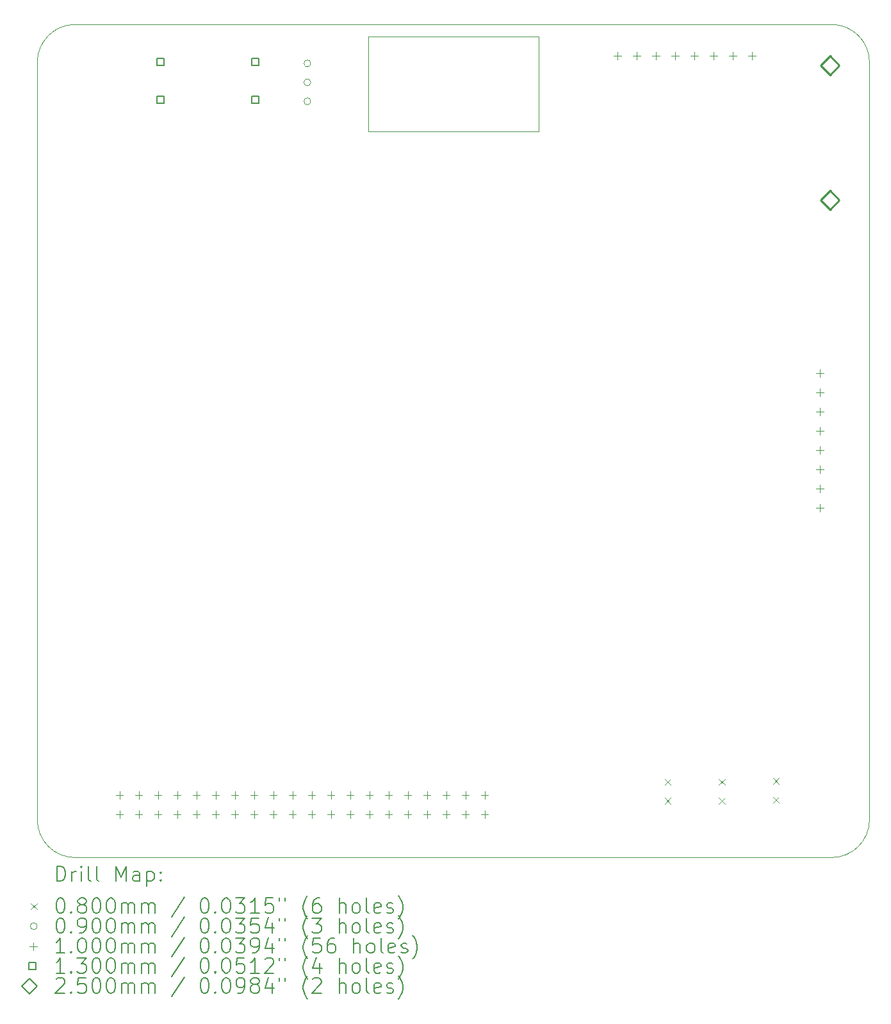
<source format=gbr>
%TF.GenerationSoftware,KiCad,Pcbnew,9.0.2*%
%TF.CreationDate,2025-07-02T04:32:48-04:00*%
%TF.ProjectId,PaperCam_Kicad,50617065-7243-4616-9d5f-4b696361642e,rev?*%
%TF.SameCoordinates,Original*%
%TF.FileFunction,Drillmap*%
%TF.FilePolarity,Positive*%
%FSLAX45Y45*%
G04 Gerber Fmt 4.5, Leading zero omitted, Abs format (unit mm)*
G04 Created by KiCad (PCBNEW 9.0.2) date 2025-07-02 04:32:48*
%MOMM*%
%LPD*%
G01*
G04 APERTURE LIST*
%ADD10C,0.050000*%
%ADD11C,0.200000*%
%ADD12C,0.100000*%
%ADD13C,0.130000*%
%ADD14C,0.250000*%
G04 APERTURE END LIST*
D10*
X0Y-10500000D02*
X0Y-500000D01*
X10500000Y-11000000D02*
X500000Y-11000000D01*
X10500000Y0D02*
G75*
G02*
X11000000Y-500000I0J-500000D01*
G01*
X500000Y-11000000D02*
G75*
G02*
X0Y-10500000I0J500000D01*
G01*
X11000000Y-500000D02*
X11000000Y-10500000D01*
X0Y-500000D02*
G75*
G02*
X500000Y0I500000J0D01*
G01*
X500000Y0D02*
X10500000Y0D01*
X4375000Y-162500D02*
X6625000Y-162500D01*
X6625000Y-1412500D01*
X4375000Y-1412500D01*
X4375000Y-162500D01*
X11000000Y-10500000D02*
G75*
G02*
X10500000Y-11000000I-500000J0D01*
G01*
D11*
D12*
X8294375Y-9961250D02*
X8374375Y-10041250D01*
X8374375Y-9961250D02*
X8294375Y-10041250D01*
X8294375Y-10211250D02*
X8374375Y-10291250D01*
X8374375Y-10211250D02*
X8294375Y-10291250D01*
X9008750Y-9961250D02*
X9088750Y-10041250D01*
X9088750Y-9961250D02*
X9008750Y-10041250D01*
X9008750Y-10211250D02*
X9088750Y-10291250D01*
X9088750Y-10211250D02*
X9008750Y-10291250D01*
X9723125Y-9949375D02*
X9803125Y-10029375D01*
X9803125Y-9949375D02*
X9723125Y-10029375D01*
X9723125Y-10199375D02*
X9803125Y-10279375D01*
X9803125Y-10199375D02*
X9723125Y-10279375D01*
X3614474Y-514230D02*
G75*
G02*
X3524474Y-514230I-45000J0D01*
G01*
X3524474Y-514230D02*
G75*
G02*
X3614474Y-514230I45000J0D01*
G01*
X3614474Y-764230D02*
G75*
G02*
X3524474Y-764230I-45000J0D01*
G01*
X3524474Y-764230D02*
G75*
G02*
X3614474Y-764230I45000J0D01*
G01*
X3614474Y-1014230D02*
G75*
G02*
X3524474Y-1014230I-45000J0D01*
G01*
X3524474Y-1014230D02*
G75*
G02*
X3614474Y-1014230I45000J0D01*
G01*
X1086375Y-10124250D02*
X1086375Y-10224250D01*
X1036375Y-10174250D02*
X1136375Y-10174250D01*
X1086375Y-10378250D02*
X1086375Y-10478250D01*
X1036375Y-10428250D02*
X1136375Y-10428250D01*
X1340375Y-10124250D02*
X1340375Y-10224250D01*
X1290375Y-10174250D02*
X1390375Y-10174250D01*
X1340375Y-10378250D02*
X1340375Y-10478250D01*
X1290375Y-10428250D02*
X1390375Y-10428250D01*
X1594375Y-10124250D02*
X1594375Y-10224250D01*
X1544375Y-10174250D02*
X1644375Y-10174250D01*
X1594375Y-10378250D02*
X1594375Y-10478250D01*
X1544375Y-10428250D02*
X1644375Y-10428250D01*
X1848375Y-10124250D02*
X1848375Y-10224250D01*
X1798375Y-10174250D02*
X1898375Y-10174250D01*
X1848375Y-10378250D02*
X1848375Y-10478250D01*
X1798375Y-10428250D02*
X1898375Y-10428250D01*
X2102375Y-10124250D02*
X2102375Y-10224250D01*
X2052375Y-10174250D02*
X2152375Y-10174250D01*
X2102375Y-10378250D02*
X2102375Y-10478250D01*
X2052375Y-10428250D02*
X2152375Y-10428250D01*
X2356375Y-10124250D02*
X2356375Y-10224250D01*
X2306375Y-10174250D02*
X2406375Y-10174250D01*
X2356375Y-10378250D02*
X2356375Y-10478250D01*
X2306375Y-10428250D02*
X2406375Y-10428250D01*
X2610375Y-10124250D02*
X2610375Y-10224250D01*
X2560375Y-10174250D02*
X2660375Y-10174250D01*
X2610375Y-10378250D02*
X2610375Y-10478250D01*
X2560375Y-10428250D02*
X2660375Y-10428250D01*
X2864375Y-10124250D02*
X2864375Y-10224250D01*
X2814375Y-10174250D02*
X2914375Y-10174250D01*
X2864375Y-10378250D02*
X2864375Y-10478250D01*
X2814375Y-10428250D02*
X2914375Y-10428250D01*
X3118375Y-10124250D02*
X3118375Y-10224250D01*
X3068375Y-10174250D02*
X3168375Y-10174250D01*
X3118375Y-10378250D02*
X3118375Y-10478250D01*
X3068375Y-10428250D02*
X3168375Y-10428250D01*
X3372375Y-10124250D02*
X3372375Y-10224250D01*
X3322375Y-10174250D02*
X3422375Y-10174250D01*
X3372375Y-10378250D02*
X3372375Y-10478250D01*
X3322375Y-10428250D02*
X3422375Y-10428250D01*
X3626375Y-10124250D02*
X3626375Y-10224250D01*
X3576375Y-10174250D02*
X3676375Y-10174250D01*
X3626375Y-10378250D02*
X3626375Y-10478250D01*
X3576375Y-10428250D02*
X3676375Y-10428250D01*
X3880375Y-10124250D02*
X3880375Y-10224250D01*
X3830375Y-10174250D02*
X3930375Y-10174250D01*
X3880375Y-10378250D02*
X3880375Y-10478250D01*
X3830375Y-10428250D02*
X3930375Y-10428250D01*
X4134375Y-10124250D02*
X4134375Y-10224250D01*
X4084375Y-10174250D02*
X4184375Y-10174250D01*
X4134375Y-10378250D02*
X4134375Y-10478250D01*
X4084375Y-10428250D02*
X4184375Y-10428250D01*
X4388375Y-10124250D02*
X4388375Y-10224250D01*
X4338375Y-10174250D02*
X4438375Y-10174250D01*
X4388375Y-10378250D02*
X4388375Y-10478250D01*
X4338375Y-10428250D02*
X4438375Y-10428250D01*
X4642375Y-10124250D02*
X4642375Y-10224250D01*
X4592375Y-10174250D02*
X4692375Y-10174250D01*
X4642375Y-10378250D02*
X4642375Y-10478250D01*
X4592375Y-10428250D02*
X4692375Y-10428250D01*
X4896375Y-10124250D02*
X4896375Y-10224250D01*
X4846375Y-10174250D02*
X4946375Y-10174250D01*
X4896375Y-10378250D02*
X4896375Y-10478250D01*
X4846375Y-10428250D02*
X4946375Y-10428250D01*
X5150375Y-10124250D02*
X5150375Y-10224250D01*
X5100375Y-10174250D02*
X5200375Y-10174250D01*
X5150375Y-10378250D02*
X5150375Y-10478250D01*
X5100375Y-10428250D02*
X5200375Y-10428250D01*
X5404375Y-10124250D02*
X5404375Y-10224250D01*
X5354375Y-10174250D02*
X5454375Y-10174250D01*
X5404375Y-10378250D02*
X5404375Y-10478250D01*
X5354375Y-10428250D02*
X5454375Y-10428250D01*
X5658375Y-10124250D02*
X5658375Y-10224250D01*
X5608375Y-10174250D02*
X5708375Y-10174250D01*
X5658375Y-10378250D02*
X5658375Y-10478250D01*
X5608375Y-10428250D02*
X5708375Y-10428250D01*
X5912375Y-10124250D02*
X5912375Y-10224250D01*
X5862375Y-10174250D02*
X5962375Y-10174250D01*
X5912375Y-10378250D02*
X5912375Y-10478250D01*
X5862375Y-10428250D02*
X5962375Y-10428250D01*
X7670800Y-362750D02*
X7670800Y-462750D01*
X7620800Y-412750D02*
X7720800Y-412750D01*
X7924800Y-362750D02*
X7924800Y-462750D01*
X7874800Y-412750D02*
X7974800Y-412750D01*
X8178800Y-362750D02*
X8178800Y-462750D01*
X8128800Y-412750D02*
X8228800Y-412750D01*
X8432800Y-362750D02*
X8432800Y-462750D01*
X8382800Y-412750D02*
X8482800Y-412750D01*
X8686800Y-362750D02*
X8686800Y-462750D01*
X8636800Y-412750D02*
X8736800Y-412750D01*
X8940800Y-362750D02*
X8940800Y-462750D01*
X8890800Y-412750D02*
X8990800Y-412750D01*
X9194800Y-362750D02*
X9194800Y-462750D01*
X9144800Y-412750D02*
X9244800Y-412750D01*
X9448800Y-362750D02*
X9448800Y-462750D01*
X9398800Y-412750D02*
X9498800Y-412750D01*
X10346022Y-4557144D02*
X10346022Y-4657144D01*
X10296022Y-4607144D02*
X10396022Y-4607144D01*
X10346022Y-4811144D02*
X10346022Y-4911144D01*
X10296022Y-4861144D02*
X10396022Y-4861144D01*
X10346022Y-5065144D02*
X10346022Y-5165144D01*
X10296022Y-5115144D02*
X10396022Y-5115144D01*
X10346022Y-5319144D02*
X10346022Y-5419144D01*
X10296022Y-5369144D02*
X10396022Y-5369144D01*
X10346022Y-5573144D02*
X10346022Y-5673144D01*
X10296022Y-5623144D02*
X10396022Y-5623144D01*
X10346022Y-5827144D02*
X10346022Y-5927144D01*
X10296022Y-5877144D02*
X10396022Y-5877144D01*
X10346022Y-6081144D02*
X10346022Y-6181144D01*
X10296022Y-6131144D02*
X10396022Y-6131144D01*
X10346022Y-6335144D02*
X10346022Y-6435144D01*
X10296022Y-6385144D02*
X10396022Y-6385144D01*
D13*
X1675145Y-536849D02*
X1675145Y-444925D01*
X1583220Y-444925D01*
X1583220Y-536849D01*
X1675145Y-536849D01*
X1675145Y-1036849D02*
X1675145Y-944925D01*
X1583220Y-944925D01*
X1583220Y-1036849D01*
X1675145Y-1036849D01*
X2925145Y-536849D02*
X2925145Y-444925D01*
X2833220Y-444925D01*
X2833220Y-536849D01*
X2925145Y-536849D01*
X2925145Y-1036849D02*
X2925145Y-944925D01*
X2833220Y-944925D01*
X2833220Y-1036849D01*
X2925145Y-1036849D01*
D14*
X10477500Y-664750D02*
X10602500Y-539750D01*
X10477500Y-414750D01*
X10352500Y-539750D01*
X10477500Y-664750D01*
X10477500Y-2442750D02*
X10602500Y-2317750D01*
X10477500Y-2192750D01*
X10352500Y-2317750D01*
X10477500Y-2442750D01*
D11*
X258277Y-11313984D02*
X258277Y-11113984D01*
X258277Y-11113984D02*
X305896Y-11113984D01*
X305896Y-11113984D02*
X334467Y-11123508D01*
X334467Y-11123508D02*
X353515Y-11142555D01*
X353515Y-11142555D02*
X363039Y-11161603D01*
X363039Y-11161603D02*
X372562Y-11199698D01*
X372562Y-11199698D02*
X372562Y-11228269D01*
X372562Y-11228269D02*
X363039Y-11266365D01*
X363039Y-11266365D02*
X353515Y-11285412D01*
X353515Y-11285412D02*
X334467Y-11304460D01*
X334467Y-11304460D02*
X305896Y-11313984D01*
X305896Y-11313984D02*
X258277Y-11313984D01*
X458277Y-11313984D02*
X458277Y-11180650D01*
X458277Y-11218746D02*
X467801Y-11199698D01*
X467801Y-11199698D02*
X477324Y-11190174D01*
X477324Y-11190174D02*
X496372Y-11180650D01*
X496372Y-11180650D02*
X515420Y-11180650D01*
X582086Y-11313984D02*
X582086Y-11180650D01*
X582086Y-11113984D02*
X572563Y-11123508D01*
X572563Y-11123508D02*
X582086Y-11133031D01*
X582086Y-11133031D02*
X591610Y-11123508D01*
X591610Y-11123508D02*
X582086Y-11113984D01*
X582086Y-11113984D02*
X582086Y-11133031D01*
X705896Y-11313984D02*
X686848Y-11304460D01*
X686848Y-11304460D02*
X677324Y-11285412D01*
X677324Y-11285412D02*
X677324Y-11113984D01*
X810658Y-11313984D02*
X791610Y-11304460D01*
X791610Y-11304460D02*
X782086Y-11285412D01*
X782086Y-11285412D02*
X782086Y-11113984D01*
X1039229Y-11313984D02*
X1039229Y-11113984D01*
X1039229Y-11113984D02*
X1105896Y-11256841D01*
X1105896Y-11256841D02*
X1172563Y-11113984D01*
X1172563Y-11113984D02*
X1172563Y-11313984D01*
X1353515Y-11313984D02*
X1353515Y-11209222D01*
X1353515Y-11209222D02*
X1343991Y-11190174D01*
X1343991Y-11190174D02*
X1324944Y-11180650D01*
X1324944Y-11180650D02*
X1286848Y-11180650D01*
X1286848Y-11180650D02*
X1267801Y-11190174D01*
X1353515Y-11304460D02*
X1334467Y-11313984D01*
X1334467Y-11313984D02*
X1286848Y-11313984D01*
X1286848Y-11313984D02*
X1267801Y-11304460D01*
X1267801Y-11304460D02*
X1258277Y-11285412D01*
X1258277Y-11285412D02*
X1258277Y-11266365D01*
X1258277Y-11266365D02*
X1267801Y-11247317D01*
X1267801Y-11247317D02*
X1286848Y-11237793D01*
X1286848Y-11237793D02*
X1334467Y-11237793D01*
X1334467Y-11237793D02*
X1353515Y-11228269D01*
X1448753Y-11180650D02*
X1448753Y-11380650D01*
X1448753Y-11190174D02*
X1467801Y-11180650D01*
X1467801Y-11180650D02*
X1505896Y-11180650D01*
X1505896Y-11180650D02*
X1524943Y-11190174D01*
X1524943Y-11190174D02*
X1534467Y-11199698D01*
X1534467Y-11199698D02*
X1543991Y-11218746D01*
X1543991Y-11218746D02*
X1543991Y-11275888D01*
X1543991Y-11275888D02*
X1534467Y-11294936D01*
X1534467Y-11294936D02*
X1524943Y-11304460D01*
X1524943Y-11304460D02*
X1505896Y-11313984D01*
X1505896Y-11313984D02*
X1467801Y-11313984D01*
X1467801Y-11313984D02*
X1448753Y-11304460D01*
X1629705Y-11294936D02*
X1639229Y-11304460D01*
X1639229Y-11304460D02*
X1629705Y-11313984D01*
X1629705Y-11313984D02*
X1620182Y-11304460D01*
X1620182Y-11304460D02*
X1629705Y-11294936D01*
X1629705Y-11294936D02*
X1629705Y-11313984D01*
X1629705Y-11190174D02*
X1639229Y-11199698D01*
X1639229Y-11199698D02*
X1629705Y-11209222D01*
X1629705Y-11209222D02*
X1620182Y-11199698D01*
X1620182Y-11199698D02*
X1629705Y-11190174D01*
X1629705Y-11190174D02*
X1629705Y-11209222D01*
D12*
X-82500Y-11602500D02*
X-2500Y-11682500D01*
X-2500Y-11602500D02*
X-82500Y-11682500D01*
D11*
X296372Y-11533984D02*
X315420Y-11533984D01*
X315420Y-11533984D02*
X334467Y-11543508D01*
X334467Y-11543508D02*
X343991Y-11553031D01*
X343991Y-11553031D02*
X353515Y-11572079D01*
X353515Y-11572079D02*
X363039Y-11610174D01*
X363039Y-11610174D02*
X363039Y-11657793D01*
X363039Y-11657793D02*
X353515Y-11695888D01*
X353515Y-11695888D02*
X343991Y-11714936D01*
X343991Y-11714936D02*
X334467Y-11724460D01*
X334467Y-11724460D02*
X315420Y-11733984D01*
X315420Y-11733984D02*
X296372Y-11733984D01*
X296372Y-11733984D02*
X277324Y-11724460D01*
X277324Y-11724460D02*
X267801Y-11714936D01*
X267801Y-11714936D02*
X258277Y-11695888D01*
X258277Y-11695888D02*
X248753Y-11657793D01*
X248753Y-11657793D02*
X248753Y-11610174D01*
X248753Y-11610174D02*
X258277Y-11572079D01*
X258277Y-11572079D02*
X267801Y-11553031D01*
X267801Y-11553031D02*
X277324Y-11543508D01*
X277324Y-11543508D02*
X296372Y-11533984D01*
X448753Y-11714936D02*
X458277Y-11724460D01*
X458277Y-11724460D02*
X448753Y-11733984D01*
X448753Y-11733984D02*
X439229Y-11724460D01*
X439229Y-11724460D02*
X448753Y-11714936D01*
X448753Y-11714936D02*
X448753Y-11733984D01*
X572563Y-11619698D02*
X553515Y-11610174D01*
X553515Y-11610174D02*
X543991Y-11600650D01*
X543991Y-11600650D02*
X534467Y-11581603D01*
X534467Y-11581603D02*
X534467Y-11572079D01*
X534467Y-11572079D02*
X543991Y-11553031D01*
X543991Y-11553031D02*
X553515Y-11543508D01*
X553515Y-11543508D02*
X572563Y-11533984D01*
X572563Y-11533984D02*
X610658Y-11533984D01*
X610658Y-11533984D02*
X629705Y-11543508D01*
X629705Y-11543508D02*
X639229Y-11553031D01*
X639229Y-11553031D02*
X648753Y-11572079D01*
X648753Y-11572079D02*
X648753Y-11581603D01*
X648753Y-11581603D02*
X639229Y-11600650D01*
X639229Y-11600650D02*
X629705Y-11610174D01*
X629705Y-11610174D02*
X610658Y-11619698D01*
X610658Y-11619698D02*
X572563Y-11619698D01*
X572563Y-11619698D02*
X553515Y-11629222D01*
X553515Y-11629222D02*
X543991Y-11638746D01*
X543991Y-11638746D02*
X534467Y-11657793D01*
X534467Y-11657793D02*
X534467Y-11695888D01*
X534467Y-11695888D02*
X543991Y-11714936D01*
X543991Y-11714936D02*
X553515Y-11724460D01*
X553515Y-11724460D02*
X572563Y-11733984D01*
X572563Y-11733984D02*
X610658Y-11733984D01*
X610658Y-11733984D02*
X629705Y-11724460D01*
X629705Y-11724460D02*
X639229Y-11714936D01*
X639229Y-11714936D02*
X648753Y-11695888D01*
X648753Y-11695888D02*
X648753Y-11657793D01*
X648753Y-11657793D02*
X639229Y-11638746D01*
X639229Y-11638746D02*
X629705Y-11629222D01*
X629705Y-11629222D02*
X610658Y-11619698D01*
X772562Y-11533984D02*
X791610Y-11533984D01*
X791610Y-11533984D02*
X810658Y-11543508D01*
X810658Y-11543508D02*
X820182Y-11553031D01*
X820182Y-11553031D02*
X829705Y-11572079D01*
X829705Y-11572079D02*
X839229Y-11610174D01*
X839229Y-11610174D02*
X839229Y-11657793D01*
X839229Y-11657793D02*
X829705Y-11695888D01*
X829705Y-11695888D02*
X820182Y-11714936D01*
X820182Y-11714936D02*
X810658Y-11724460D01*
X810658Y-11724460D02*
X791610Y-11733984D01*
X791610Y-11733984D02*
X772562Y-11733984D01*
X772562Y-11733984D02*
X753515Y-11724460D01*
X753515Y-11724460D02*
X743991Y-11714936D01*
X743991Y-11714936D02*
X734467Y-11695888D01*
X734467Y-11695888D02*
X724943Y-11657793D01*
X724943Y-11657793D02*
X724943Y-11610174D01*
X724943Y-11610174D02*
X734467Y-11572079D01*
X734467Y-11572079D02*
X743991Y-11553031D01*
X743991Y-11553031D02*
X753515Y-11543508D01*
X753515Y-11543508D02*
X772562Y-11533984D01*
X963039Y-11533984D02*
X982086Y-11533984D01*
X982086Y-11533984D02*
X1001134Y-11543508D01*
X1001134Y-11543508D02*
X1010658Y-11553031D01*
X1010658Y-11553031D02*
X1020182Y-11572079D01*
X1020182Y-11572079D02*
X1029705Y-11610174D01*
X1029705Y-11610174D02*
X1029705Y-11657793D01*
X1029705Y-11657793D02*
X1020182Y-11695888D01*
X1020182Y-11695888D02*
X1010658Y-11714936D01*
X1010658Y-11714936D02*
X1001134Y-11724460D01*
X1001134Y-11724460D02*
X982086Y-11733984D01*
X982086Y-11733984D02*
X963039Y-11733984D01*
X963039Y-11733984D02*
X943991Y-11724460D01*
X943991Y-11724460D02*
X934467Y-11714936D01*
X934467Y-11714936D02*
X924943Y-11695888D01*
X924943Y-11695888D02*
X915420Y-11657793D01*
X915420Y-11657793D02*
X915420Y-11610174D01*
X915420Y-11610174D02*
X924943Y-11572079D01*
X924943Y-11572079D02*
X934467Y-11553031D01*
X934467Y-11553031D02*
X943991Y-11543508D01*
X943991Y-11543508D02*
X963039Y-11533984D01*
X1115420Y-11733984D02*
X1115420Y-11600650D01*
X1115420Y-11619698D02*
X1124944Y-11610174D01*
X1124944Y-11610174D02*
X1143991Y-11600650D01*
X1143991Y-11600650D02*
X1172563Y-11600650D01*
X1172563Y-11600650D02*
X1191610Y-11610174D01*
X1191610Y-11610174D02*
X1201134Y-11629222D01*
X1201134Y-11629222D02*
X1201134Y-11733984D01*
X1201134Y-11629222D02*
X1210658Y-11610174D01*
X1210658Y-11610174D02*
X1229705Y-11600650D01*
X1229705Y-11600650D02*
X1258277Y-11600650D01*
X1258277Y-11600650D02*
X1277325Y-11610174D01*
X1277325Y-11610174D02*
X1286848Y-11629222D01*
X1286848Y-11629222D02*
X1286848Y-11733984D01*
X1382086Y-11733984D02*
X1382086Y-11600650D01*
X1382086Y-11619698D02*
X1391610Y-11610174D01*
X1391610Y-11610174D02*
X1410658Y-11600650D01*
X1410658Y-11600650D02*
X1439229Y-11600650D01*
X1439229Y-11600650D02*
X1458277Y-11610174D01*
X1458277Y-11610174D02*
X1467801Y-11629222D01*
X1467801Y-11629222D02*
X1467801Y-11733984D01*
X1467801Y-11629222D02*
X1477324Y-11610174D01*
X1477324Y-11610174D02*
X1496372Y-11600650D01*
X1496372Y-11600650D02*
X1524943Y-11600650D01*
X1524943Y-11600650D02*
X1543991Y-11610174D01*
X1543991Y-11610174D02*
X1553515Y-11629222D01*
X1553515Y-11629222D02*
X1553515Y-11733984D01*
X1943991Y-11524460D02*
X1772563Y-11781603D01*
X2201134Y-11533984D02*
X2220182Y-11533984D01*
X2220182Y-11533984D02*
X2239229Y-11543508D01*
X2239229Y-11543508D02*
X2248753Y-11553031D01*
X2248753Y-11553031D02*
X2258277Y-11572079D01*
X2258277Y-11572079D02*
X2267801Y-11610174D01*
X2267801Y-11610174D02*
X2267801Y-11657793D01*
X2267801Y-11657793D02*
X2258277Y-11695888D01*
X2258277Y-11695888D02*
X2248753Y-11714936D01*
X2248753Y-11714936D02*
X2239229Y-11724460D01*
X2239229Y-11724460D02*
X2220182Y-11733984D01*
X2220182Y-11733984D02*
X2201134Y-11733984D01*
X2201134Y-11733984D02*
X2182087Y-11724460D01*
X2182087Y-11724460D02*
X2172563Y-11714936D01*
X2172563Y-11714936D02*
X2163039Y-11695888D01*
X2163039Y-11695888D02*
X2153515Y-11657793D01*
X2153515Y-11657793D02*
X2153515Y-11610174D01*
X2153515Y-11610174D02*
X2163039Y-11572079D01*
X2163039Y-11572079D02*
X2172563Y-11553031D01*
X2172563Y-11553031D02*
X2182087Y-11543508D01*
X2182087Y-11543508D02*
X2201134Y-11533984D01*
X2353515Y-11714936D02*
X2363039Y-11724460D01*
X2363039Y-11724460D02*
X2353515Y-11733984D01*
X2353515Y-11733984D02*
X2343991Y-11724460D01*
X2343991Y-11724460D02*
X2353515Y-11714936D01*
X2353515Y-11714936D02*
X2353515Y-11733984D01*
X2486848Y-11533984D02*
X2505896Y-11533984D01*
X2505896Y-11533984D02*
X2524944Y-11543508D01*
X2524944Y-11543508D02*
X2534468Y-11553031D01*
X2534468Y-11553031D02*
X2543991Y-11572079D01*
X2543991Y-11572079D02*
X2553515Y-11610174D01*
X2553515Y-11610174D02*
X2553515Y-11657793D01*
X2553515Y-11657793D02*
X2543991Y-11695888D01*
X2543991Y-11695888D02*
X2534468Y-11714936D01*
X2534468Y-11714936D02*
X2524944Y-11724460D01*
X2524944Y-11724460D02*
X2505896Y-11733984D01*
X2505896Y-11733984D02*
X2486848Y-11733984D01*
X2486848Y-11733984D02*
X2467801Y-11724460D01*
X2467801Y-11724460D02*
X2458277Y-11714936D01*
X2458277Y-11714936D02*
X2448753Y-11695888D01*
X2448753Y-11695888D02*
X2439229Y-11657793D01*
X2439229Y-11657793D02*
X2439229Y-11610174D01*
X2439229Y-11610174D02*
X2448753Y-11572079D01*
X2448753Y-11572079D02*
X2458277Y-11553031D01*
X2458277Y-11553031D02*
X2467801Y-11543508D01*
X2467801Y-11543508D02*
X2486848Y-11533984D01*
X2620182Y-11533984D02*
X2743991Y-11533984D01*
X2743991Y-11533984D02*
X2677325Y-11610174D01*
X2677325Y-11610174D02*
X2705896Y-11610174D01*
X2705896Y-11610174D02*
X2724944Y-11619698D01*
X2724944Y-11619698D02*
X2734468Y-11629222D01*
X2734468Y-11629222D02*
X2743991Y-11648269D01*
X2743991Y-11648269D02*
X2743991Y-11695888D01*
X2743991Y-11695888D02*
X2734468Y-11714936D01*
X2734468Y-11714936D02*
X2724944Y-11724460D01*
X2724944Y-11724460D02*
X2705896Y-11733984D01*
X2705896Y-11733984D02*
X2648753Y-11733984D01*
X2648753Y-11733984D02*
X2629706Y-11724460D01*
X2629706Y-11724460D02*
X2620182Y-11714936D01*
X2934467Y-11733984D02*
X2820182Y-11733984D01*
X2877325Y-11733984D02*
X2877325Y-11533984D01*
X2877325Y-11533984D02*
X2858277Y-11562555D01*
X2858277Y-11562555D02*
X2839229Y-11581603D01*
X2839229Y-11581603D02*
X2820182Y-11591127D01*
X3115420Y-11533984D02*
X3020182Y-11533984D01*
X3020182Y-11533984D02*
X3010658Y-11629222D01*
X3010658Y-11629222D02*
X3020182Y-11619698D01*
X3020182Y-11619698D02*
X3039229Y-11610174D01*
X3039229Y-11610174D02*
X3086848Y-11610174D01*
X3086848Y-11610174D02*
X3105896Y-11619698D01*
X3105896Y-11619698D02*
X3115420Y-11629222D01*
X3115420Y-11629222D02*
X3124944Y-11648269D01*
X3124944Y-11648269D02*
X3124944Y-11695888D01*
X3124944Y-11695888D02*
X3115420Y-11714936D01*
X3115420Y-11714936D02*
X3105896Y-11724460D01*
X3105896Y-11724460D02*
X3086848Y-11733984D01*
X3086848Y-11733984D02*
X3039229Y-11733984D01*
X3039229Y-11733984D02*
X3020182Y-11724460D01*
X3020182Y-11724460D02*
X3010658Y-11714936D01*
X3201134Y-11533984D02*
X3201134Y-11572079D01*
X3277325Y-11533984D02*
X3277325Y-11572079D01*
X3572563Y-11810174D02*
X3563039Y-11800650D01*
X3563039Y-11800650D02*
X3543991Y-11772079D01*
X3543991Y-11772079D02*
X3534468Y-11753031D01*
X3534468Y-11753031D02*
X3524944Y-11724460D01*
X3524944Y-11724460D02*
X3515420Y-11676841D01*
X3515420Y-11676841D02*
X3515420Y-11638746D01*
X3515420Y-11638746D02*
X3524944Y-11591127D01*
X3524944Y-11591127D02*
X3534468Y-11562555D01*
X3534468Y-11562555D02*
X3543991Y-11543508D01*
X3543991Y-11543508D02*
X3563039Y-11514936D01*
X3563039Y-11514936D02*
X3572563Y-11505412D01*
X3734468Y-11533984D02*
X3696372Y-11533984D01*
X3696372Y-11533984D02*
X3677325Y-11543508D01*
X3677325Y-11543508D02*
X3667801Y-11553031D01*
X3667801Y-11553031D02*
X3648753Y-11581603D01*
X3648753Y-11581603D02*
X3639229Y-11619698D01*
X3639229Y-11619698D02*
X3639229Y-11695888D01*
X3639229Y-11695888D02*
X3648753Y-11714936D01*
X3648753Y-11714936D02*
X3658277Y-11724460D01*
X3658277Y-11724460D02*
X3677325Y-11733984D01*
X3677325Y-11733984D02*
X3715420Y-11733984D01*
X3715420Y-11733984D02*
X3734468Y-11724460D01*
X3734468Y-11724460D02*
X3743991Y-11714936D01*
X3743991Y-11714936D02*
X3753515Y-11695888D01*
X3753515Y-11695888D02*
X3753515Y-11648269D01*
X3753515Y-11648269D02*
X3743991Y-11629222D01*
X3743991Y-11629222D02*
X3734468Y-11619698D01*
X3734468Y-11619698D02*
X3715420Y-11610174D01*
X3715420Y-11610174D02*
X3677325Y-11610174D01*
X3677325Y-11610174D02*
X3658277Y-11619698D01*
X3658277Y-11619698D02*
X3648753Y-11629222D01*
X3648753Y-11629222D02*
X3639229Y-11648269D01*
X3991610Y-11733984D02*
X3991610Y-11533984D01*
X4077325Y-11733984D02*
X4077325Y-11629222D01*
X4077325Y-11629222D02*
X4067801Y-11610174D01*
X4067801Y-11610174D02*
X4048753Y-11600650D01*
X4048753Y-11600650D02*
X4020182Y-11600650D01*
X4020182Y-11600650D02*
X4001134Y-11610174D01*
X4001134Y-11610174D02*
X3991610Y-11619698D01*
X4201134Y-11733984D02*
X4182087Y-11724460D01*
X4182087Y-11724460D02*
X4172563Y-11714936D01*
X4172563Y-11714936D02*
X4163039Y-11695888D01*
X4163039Y-11695888D02*
X4163039Y-11638746D01*
X4163039Y-11638746D02*
X4172563Y-11619698D01*
X4172563Y-11619698D02*
X4182087Y-11610174D01*
X4182087Y-11610174D02*
X4201134Y-11600650D01*
X4201134Y-11600650D02*
X4229706Y-11600650D01*
X4229706Y-11600650D02*
X4248753Y-11610174D01*
X4248753Y-11610174D02*
X4258277Y-11619698D01*
X4258277Y-11619698D02*
X4267801Y-11638746D01*
X4267801Y-11638746D02*
X4267801Y-11695888D01*
X4267801Y-11695888D02*
X4258277Y-11714936D01*
X4258277Y-11714936D02*
X4248753Y-11724460D01*
X4248753Y-11724460D02*
X4229706Y-11733984D01*
X4229706Y-11733984D02*
X4201134Y-11733984D01*
X4382087Y-11733984D02*
X4363039Y-11724460D01*
X4363039Y-11724460D02*
X4353515Y-11705412D01*
X4353515Y-11705412D02*
X4353515Y-11533984D01*
X4534468Y-11724460D02*
X4515420Y-11733984D01*
X4515420Y-11733984D02*
X4477325Y-11733984D01*
X4477325Y-11733984D02*
X4458277Y-11724460D01*
X4458277Y-11724460D02*
X4448753Y-11705412D01*
X4448753Y-11705412D02*
X4448753Y-11629222D01*
X4448753Y-11629222D02*
X4458277Y-11610174D01*
X4458277Y-11610174D02*
X4477325Y-11600650D01*
X4477325Y-11600650D02*
X4515420Y-11600650D01*
X4515420Y-11600650D02*
X4534468Y-11610174D01*
X4534468Y-11610174D02*
X4543992Y-11629222D01*
X4543992Y-11629222D02*
X4543992Y-11648269D01*
X4543992Y-11648269D02*
X4448753Y-11667317D01*
X4620182Y-11724460D02*
X4639230Y-11733984D01*
X4639230Y-11733984D02*
X4677325Y-11733984D01*
X4677325Y-11733984D02*
X4696373Y-11724460D01*
X4696373Y-11724460D02*
X4705896Y-11705412D01*
X4705896Y-11705412D02*
X4705896Y-11695888D01*
X4705896Y-11695888D02*
X4696373Y-11676841D01*
X4696373Y-11676841D02*
X4677325Y-11667317D01*
X4677325Y-11667317D02*
X4648753Y-11667317D01*
X4648753Y-11667317D02*
X4629706Y-11657793D01*
X4629706Y-11657793D02*
X4620182Y-11638746D01*
X4620182Y-11638746D02*
X4620182Y-11629222D01*
X4620182Y-11629222D02*
X4629706Y-11610174D01*
X4629706Y-11610174D02*
X4648753Y-11600650D01*
X4648753Y-11600650D02*
X4677325Y-11600650D01*
X4677325Y-11600650D02*
X4696373Y-11610174D01*
X4772563Y-11810174D02*
X4782087Y-11800650D01*
X4782087Y-11800650D02*
X4801134Y-11772079D01*
X4801134Y-11772079D02*
X4810658Y-11753031D01*
X4810658Y-11753031D02*
X4820182Y-11724460D01*
X4820182Y-11724460D02*
X4829706Y-11676841D01*
X4829706Y-11676841D02*
X4829706Y-11638746D01*
X4829706Y-11638746D02*
X4820182Y-11591127D01*
X4820182Y-11591127D02*
X4810658Y-11562555D01*
X4810658Y-11562555D02*
X4801134Y-11543508D01*
X4801134Y-11543508D02*
X4782087Y-11514936D01*
X4782087Y-11514936D02*
X4772563Y-11505412D01*
D12*
X-2500Y-11906500D02*
G75*
G02*
X-92500Y-11906500I-45000J0D01*
G01*
X-92500Y-11906500D02*
G75*
G02*
X-2500Y-11906500I45000J0D01*
G01*
D11*
X296372Y-11797984D02*
X315420Y-11797984D01*
X315420Y-11797984D02*
X334467Y-11807508D01*
X334467Y-11807508D02*
X343991Y-11817031D01*
X343991Y-11817031D02*
X353515Y-11836079D01*
X353515Y-11836079D02*
X363039Y-11874174D01*
X363039Y-11874174D02*
X363039Y-11921793D01*
X363039Y-11921793D02*
X353515Y-11959888D01*
X353515Y-11959888D02*
X343991Y-11978936D01*
X343991Y-11978936D02*
X334467Y-11988460D01*
X334467Y-11988460D02*
X315420Y-11997984D01*
X315420Y-11997984D02*
X296372Y-11997984D01*
X296372Y-11997984D02*
X277324Y-11988460D01*
X277324Y-11988460D02*
X267801Y-11978936D01*
X267801Y-11978936D02*
X258277Y-11959888D01*
X258277Y-11959888D02*
X248753Y-11921793D01*
X248753Y-11921793D02*
X248753Y-11874174D01*
X248753Y-11874174D02*
X258277Y-11836079D01*
X258277Y-11836079D02*
X267801Y-11817031D01*
X267801Y-11817031D02*
X277324Y-11807508D01*
X277324Y-11807508D02*
X296372Y-11797984D01*
X448753Y-11978936D02*
X458277Y-11988460D01*
X458277Y-11988460D02*
X448753Y-11997984D01*
X448753Y-11997984D02*
X439229Y-11988460D01*
X439229Y-11988460D02*
X448753Y-11978936D01*
X448753Y-11978936D02*
X448753Y-11997984D01*
X553515Y-11997984D02*
X591610Y-11997984D01*
X591610Y-11997984D02*
X610658Y-11988460D01*
X610658Y-11988460D02*
X620182Y-11978936D01*
X620182Y-11978936D02*
X639229Y-11950365D01*
X639229Y-11950365D02*
X648753Y-11912269D01*
X648753Y-11912269D02*
X648753Y-11836079D01*
X648753Y-11836079D02*
X639229Y-11817031D01*
X639229Y-11817031D02*
X629705Y-11807508D01*
X629705Y-11807508D02*
X610658Y-11797984D01*
X610658Y-11797984D02*
X572563Y-11797984D01*
X572563Y-11797984D02*
X553515Y-11807508D01*
X553515Y-11807508D02*
X543991Y-11817031D01*
X543991Y-11817031D02*
X534467Y-11836079D01*
X534467Y-11836079D02*
X534467Y-11883698D01*
X534467Y-11883698D02*
X543991Y-11902746D01*
X543991Y-11902746D02*
X553515Y-11912269D01*
X553515Y-11912269D02*
X572563Y-11921793D01*
X572563Y-11921793D02*
X610658Y-11921793D01*
X610658Y-11921793D02*
X629705Y-11912269D01*
X629705Y-11912269D02*
X639229Y-11902746D01*
X639229Y-11902746D02*
X648753Y-11883698D01*
X772562Y-11797984D02*
X791610Y-11797984D01*
X791610Y-11797984D02*
X810658Y-11807508D01*
X810658Y-11807508D02*
X820182Y-11817031D01*
X820182Y-11817031D02*
X829705Y-11836079D01*
X829705Y-11836079D02*
X839229Y-11874174D01*
X839229Y-11874174D02*
X839229Y-11921793D01*
X839229Y-11921793D02*
X829705Y-11959888D01*
X829705Y-11959888D02*
X820182Y-11978936D01*
X820182Y-11978936D02*
X810658Y-11988460D01*
X810658Y-11988460D02*
X791610Y-11997984D01*
X791610Y-11997984D02*
X772562Y-11997984D01*
X772562Y-11997984D02*
X753515Y-11988460D01*
X753515Y-11988460D02*
X743991Y-11978936D01*
X743991Y-11978936D02*
X734467Y-11959888D01*
X734467Y-11959888D02*
X724943Y-11921793D01*
X724943Y-11921793D02*
X724943Y-11874174D01*
X724943Y-11874174D02*
X734467Y-11836079D01*
X734467Y-11836079D02*
X743991Y-11817031D01*
X743991Y-11817031D02*
X753515Y-11807508D01*
X753515Y-11807508D02*
X772562Y-11797984D01*
X963039Y-11797984D02*
X982086Y-11797984D01*
X982086Y-11797984D02*
X1001134Y-11807508D01*
X1001134Y-11807508D02*
X1010658Y-11817031D01*
X1010658Y-11817031D02*
X1020182Y-11836079D01*
X1020182Y-11836079D02*
X1029705Y-11874174D01*
X1029705Y-11874174D02*
X1029705Y-11921793D01*
X1029705Y-11921793D02*
X1020182Y-11959888D01*
X1020182Y-11959888D02*
X1010658Y-11978936D01*
X1010658Y-11978936D02*
X1001134Y-11988460D01*
X1001134Y-11988460D02*
X982086Y-11997984D01*
X982086Y-11997984D02*
X963039Y-11997984D01*
X963039Y-11997984D02*
X943991Y-11988460D01*
X943991Y-11988460D02*
X934467Y-11978936D01*
X934467Y-11978936D02*
X924943Y-11959888D01*
X924943Y-11959888D02*
X915420Y-11921793D01*
X915420Y-11921793D02*
X915420Y-11874174D01*
X915420Y-11874174D02*
X924943Y-11836079D01*
X924943Y-11836079D02*
X934467Y-11817031D01*
X934467Y-11817031D02*
X943991Y-11807508D01*
X943991Y-11807508D02*
X963039Y-11797984D01*
X1115420Y-11997984D02*
X1115420Y-11864650D01*
X1115420Y-11883698D02*
X1124944Y-11874174D01*
X1124944Y-11874174D02*
X1143991Y-11864650D01*
X1143991Y-11864650D02*
X1172563Y-11864650D01*
X1172563Y-11864650D02*
X1191610Y-11874174D01*
X1191610Y-11874174D02*
X1201134Y-11893222D01*
X1201134Y-11893222D02*
X1201134Y-11997984D01*
X1201134Y-11893222D02*
X1210658Y-11874174D01*
X1210658Y-11874174D02*
X1229705Y-11864650D01*
X1229705Y-11864650D02*
X1258277Y-11864650D01*
X1258277Y-11864650D02*
X1277325Y-11874174D01*
X1277325Y-11874174D02*
X1286848Y-11893222D01*
X1286848Y-11893222D02*
X1286848Y-11997984D01*
X1382086Y-11997984D02*
X1382086Y-11864650D01*
X1382086Y-11883698D02*
X1391610Y-11874174D01*
X1391610Y-11874174D02*
X1410658Y-11864650D01*
X1410658Y-11864650D02*
X1439229Y-11864650D01*
X1439229Y-11864650D02*
X1458277Y-11874174D01*
X1458277Y-11874174D02*
X1467801Y-11893222D01*
X1467801Y-11893222D02*
X1467801Y-11997984D01*
X1467801Y-11893222D02*
X1477324Y-11874174D01*
X1477324Y-11874174D02*
X1496372Y-11864650D01*
X1496372Y-11864650D02*
X1524943Y-11864650D01*
X1524943Y-11864650D02*
X1543991Y-11874174D01*
X1543991Y-11874174D02*
X1553515Y-11893222D01*
X1553515Y-11893222D02*
X1553515Y-11997984D01*
X1943991Y-11788460D02*
X1772563Y-12045603D01*
X2201134Y-11797984D02*
X2220182Y-11797984D01*
X2220182Y-11797984D02*
X2239229Y-11807508D01*
X2239229Y-11807508D02*
X2248753Y-11817031D01*
X2248753Y-11817031D02*
X2258277Y-11836079D01*
X2258277Y-11836079D02*
X2267801Y-11874174D01*
X2267801Y-11874174D02*
X2267801Y-11921793D01*
X2267801Y-11921793D02*
X2258277Y-11959888D01*
X2258277Y-11959888D02*
X2248753Y-11978936D01*
X2248753Y-11978936D02*
X2239229Y-11988460D01*
X2239229Y-11988460D02*
X2220182Y-11997984D01*
X2220182Y-11997984D02*
X2201134Y-11997984D01*
X2201134Y-11997984D02*
X2182087Y-11988460D01*
X2182087Y-11988460D02*
X2172563Y-11978936D01*
X2172563Y-11978936D02*
X2163039Y-11959888D01*
X2163039Y-11959888D02*
X2153515Y-11921793D01*
X2153515Y-11921793D02*
X2153515Y-11874174D01*
X2153515Y-11874174D02*
X2163039Y-11836079D01*
X2163039Y-11836079D02*
X2172563Y-11817031D01*
X2172563Y-11817031D02*
X2182087Y-11807508D01*
X2182087Y-11807508D02*
X2201134Y-11797984D01*
X2353515Y-11978936D02*
X2363039Y-11988460D01*
X2363039Y-11988460D02*
X2353515Y-11997984D01*
X2353515Y-11997984D02*
X2343991Y-11988460D01*
X2343991Y-11988460D02*
X2353515Y-11978936D01*
X2353515Y-11978936D02*
X2353515Y-11997984D01*
X2486848Y-11797984D02*
X2505896Y-11797984D01*
X2505896Y-11797984D02*
X2524944Y-11807508D01*
X2524944Y-11807508D02*
X2534468Y-11817031D01*
X2534468Y-11817031D02*
X2543991Y-11836079D01*
X2543991Y-11836079D02*
X2553515Y-11874174D01*
X2553515Y-11874174D02*
X2553515Y-11921793D01*
X2553515Y-11921793D02*
X2543991Y-11959888D01*
X2543991Y-11959888D02*
X2534468Y-11978936D01*
X2534468Y-11978936D02*
X2524944Y-11988460D01*
X2524944Y-11988460D02*
X2505896Y-11997984D01*
X2505896Y-11997984D02*
X2486848Y-11997984D01*
X2486848Y-11997984D02*
X2467801Y-11988460D01*
X2467801Y-11988460D02*
X2458277Y-11978936D01*
X2458277Y-11978936D02*
X2448753Y-11959888D01*
X2448753Y-11959888D02*
X2439229Y-11921793D01*
X2439229Y-11921793D02*
X2439229Y-11874174D01*
X2439229Y-11874174D02*
X2448753Y-11836079D01*
X2448753Y-11836079D02*
X2458277Y-11817031D01*
X2458277Y-11817031D02*
X2467801Y-11807508D01*
X2467801Y-11807508D02*
X2486848Y-11797984D01*
X2620182Y-11797984D02*
X2743991Y-11797984D01*
X2743991Y-11797984D02*
X2677325Y-11874174D01*
X2677325Y-11874174D02*
X2705896Y-11874174D01*
X2705896Y-11874174D02*
X2724944Y-11883698D01*
X2724944Y-11883698D02*
X2734468Y-11893222D01*
X2734468Y-11893222D02*
X2743991Y-11912269D01*
X2743991Y-11912269D02*
X2743991Y-11959888D01*
X2743991Y-11959888D02*
X2734468Y-11978936D01*
X2734468Y-11978936D02*
X2724944Y-11988460D01*
X2724944Y-11988460D02*
X2705896Y-11997984D01*
X2705896Y-11997984D02*
X2648753Y-11997984D01*
X2648753Y-11997984D02*
X2629706Y-11988460D01*
X2629706Y-11988460D02*
X2620182Y-11978936D01*
X2924944Y-11797984D02*
X2829706Y-11797984D01*
X2829706Y-11797984D02*
X2820182Y-11893222D01*
X2820182Y-11893222D02*
X2829706Y-11883698D01*
X2829706Y-11883698D02*
X2848753Y-11874174D01*
X2848753Y-11874174D02*
X2896372Y-11874174D01*
X2896372Y-11874174D02*
X2915420Y-11883698D01*
X2915420Y-11883698D02*
X2924944Y-11893222D01*
X2924944Y-11893222D02*
X2934467Y-11912269D01*
X2934467Y-11912269D02*
X2934467Y-11959888D01*
X2934467Y-11959888D02*
X2924944Y-11978936D01*
X2924944Y-11978936D02*
X2915420Y-11988460D01*
X2915420Y-11988460D02*
X2896372Y-11997984D01*
X2896372Y-11997984D02*
X2848753Y-11997984D01*
X2848753Y-11997984D02*
X2829706Y-11988460D01*
X2829706Y-11988460D02*
X2820182Y-11978936D01*
X3105896Y-11864650D02*
X3105896Y-11997984D01*
X3058277Y-11788460D02*
X3010658Y-11931317D01*
X3010658Y-11931317D02*
X3134467Y-11931317D01*
X3201134Y-11797984D02*
X3201134Y-11836079D01*
X3277325Y-11797984D02*
X3277325Y-11836079D01*
X3572563Y-12074174D02*
X3563039Y-12064650D01*
X3563039Y-12064650D02*
X3543991Y-12036079D01*
X3543991Y-12036079D02*
X3534468Y-12017031D01*
X3534468Y-12017031D02*
X3524944Y-11988460D01*
X3524944Y-11988460D02*
X3515420Y-11940841D01*
X3515420Y-11940841D02*
X3515420Y-11902746D01*
X3515420Y-11902746D02*
X3524944Y-11855127D01*
X3524944Y-11855127D02*
X3534468Y-11826555D01*
X3534468Y-11826555D02*
X3543991Y-11807508D01*
X3543991Y-11807508D02*
X3563039Y-11778936D01*
X3563039Y-11778936D02*
X3572563Y-11769412D01*
X3629706Y-11797984D02*
X3753515Y-11797984D01*
X3753515Y-11797984D02*
X3686848Y-11874174D01*
X3686848Y-11874174D02*
X3715420Y-11874174D01*
X3715420Y-11874174D02*
X3734468Y-11883698D01*
X3734468Y-11883698D02*
X3743991Y-11893222D01*
X3743991Y-11893222D02*
X3753515Y-11912269D01*
X3753515Y-11912269D02*
X3753515Y-11959888D01*
X3753515Y-11959888D02*
X3743991Y-11978936D01*
X3743991Y-11978936D02*
X3734468Y-11988460D01*
X3734468Y-11988460D02*
X3715420Y-11997984D01*
X3715420Y-11997984D02*
X3658277Y-11997984D01*
X3658277Y-11997984D02*
X3639229Y-11988460D01*
X3639229Y-11988460D02*
X3629706Y-11978936D01*
X3991610Y-11997984D02*
X3991610Y-11797984D01*
X4077325Y-11997984D02*
X4077325Y-11893222D01*
X4077325Y-11893222D02*
X4067801Y-11874174D01*
X4067801Y-11874174D02*
X4048753Y-11864650D01*
X4048753Y-11864650D02*
X4020182Y-11864650D01*
X4020182Y-11864650D02*
X4001134Y-11874174D01*
X4001134Y-11874174D02*
X3991610Y-11883698D01*
X4201134Y-11997984D02*
X4182087Y-11988460D01*
X4182087Y-11988460D02*
X4172563Y-11978936D01*
X4172563Y-11978936D02*
X4163039Y-11959888D01*
X4163039Y-11959888D02*
X4163039Y-11902746D01*
X4163039Y-11902746D02*
X4172563Y-11883698D01*
X4172563Y-11883698D02*
X4182087Y-11874174D01*
X4182087Y-11874174D02*
X4201134Y-11864650D01*
X4201134Y-11864650D02*
X4229706Y-11864650D01*
X4229706Y-11864650D02*
X4248753Y-11874174D01*
X4248753Y-11874174D02*
X4258277Y-11883698D01*
X4258277Y-11883698D02*
X4267801Y-11902746D01*
X4267801Y-11902746D02*
X4267801Y-11959888D01*
X4267801Y-11959888D02*
X4258277Y-11978936D01*
X4258277Y-11978936D02*
X4248753Y-11988460D01*
X4248753Y-11988460D02*
X4229706Y-11997984D01*
X4229706Y-11997984D02*
X4201134Y-11997984D01*
X4382087Y-11997984D02*
X4363039Y-11988460D01*
X4363039Y-11988460D02*
X4353515Y-11969412D01*
X4353515Y-11969412D02*
X4353515Y-11797984D01*
X4534468Y-11988460D02*
X4515420Y-11997984D01*
X4515420Y-11997984D02*
X4477325Y-11997984D01*
X4477325Y-11997984D02*
X4458277Y-11988460D01*
X4458277Y-11988460D02*
X4448753Y-11969412D01*
X4448753Y-11969412D02*
X4448753Y-11893222D01*
X4448753Y-11893222D02*
X4458277Y-11874174D01*
X4458277Y-11874174D02*
X4477325Y-11864650D01*
X4477325Y-11864650D02*
X4515420Y-11864650D01*
X4515420Y-11864650D02*
X4534468Y-11874174D01*
X4534468Y-11874174D02*
X4543992Y-11893222D01*
X4543992Y-11893222D02*
X4543992Y-11912269D01*
X4543992Y-11912269D02*
X4448753Y-11931317D01*
X4620182Y-11988460D02*
X4639230Y-11997984D01*
X4639230Y-11997984D02*
X4677325Y-11997984D01*
X4677325Y-11997984D02*
X4696373Y-11988460D01*
X4696373Y-11988460D02*
X4705896Y-11969412D01*
X4705896Y-11969412D02*
X4705896Y-11959888D01*
X4705896Y-11959888D02*
X4696373Y-11940841D01*
X4696373Y-11940841D02*
X4677325Y-11931317D01*
X4677325Y-11931317D02*
X4648753Y-11931317D01*
X4648753Y-11931317D02*
X4629706Y-11921793D01*
X4629706Y-11921793D02*
X4620182Y-11902746D01*
X4620182Y-11902746D02*
X4620182Y-11893222D01*
X4620182Y-11893222D02*
X4629706Y-11874174D01*
X4629706Y-11874174D02*
X4648753Y-11864650D01*
X4648753Y-11864650D02*
X4677325Y-11864650D01*
X4677325Y-11864650D02*
X4696373Y-11874174D01*
X4772563Y-12074174D02*
X4782087Y-12064650D01*
X4782087Y-12064650D02*
X4801134Y-12036079D01*
X4801134Y-12036079D02*
X4810658Y-12017031D01*
X4810658Y-12017031D02*
X4820182Y-11988460D01*
X4820182Y-11988460D02*
X4829706Y-11940841D01*
X4829706Y-11940841D02*
X4829706Y-11902746D01*
X4829706Y-11902746D02*
X4820182Y-11855127D01*
X4820182Y-11855127D02*
X4810658Y-11826555D01*
X4810658Y-11826555D02*
X4801134Y-11807508D01*
X4801134Y-11807508D02*
X4782087Y-11778936D01*
X4782087Y-11778936D02*
X4772563Y-11769412D01*
D12*
X-52500Y-12120500D02*
X-52500Y-12220500D01*
X-102500Y-12170500D02*
X-2500Y-12170500D01*
D11*
X363039Y-12261984D02*
X248753Y-12261984D01*
X305896Y-12261984D02*
X305896Y-12061984D01*
X305896Y-12061984D02*
X286848Y-12090555D01*
X286848Y-12090555D02*
X267801Y-12109603D01*
X267801Y-12109603D02*
X248753Y-12119127D01*
X448753Y-12242936D02*
X458277Y-12252460D01*
X458277Y-12252460D02*
X448753Y-12261984D01*
X448753Y-12261984D02*
X439229Y-12252460D01*
X439229Y-12252460D02*
X448753Y-12242936D01*
X448753Y-12242936D02*
X448753Y-12261984D01*
X582086Y-12061984D02*
X601134Y-12061984D01*
X601134Y-12061984D02*
X620182Y-12071508D01*
X620182Y-12071508D02*
X629705Y-12081031D01*
X629705Y-12081031D02*
X639229Y-12100079D01*
X639229Y-12100079D02*
X648753Y-12138174D01*
X648753Y-12138174D02*
X648753Y-12185793D01*
X648753Y-12185793D02*
X639229Y-12223888D01*
X639229Y-12223888D02*
X629705Y-12242936D01*
X629705Y-12242936D02*
X620182Y-12252460D01*
X620182Y-12252460D02*
X601134Y-12261984D01*
X601134Y-12261984D02*
X582086Y-12261984D01*
X582086Y-12261984D02*
X563039Y-12252460D01*
X563039Y-12252460D02*
X553515Y-12242936D01*
X553515Y-12242936D02*
X543991Y-12223888D01*
X543991Y-12223888D02*
X534467Y-12185793D01*
X534467Y-12185793D02*
X534467Y-12138174D01*
X534467Y-12138174D02*
X543991Y-12100079D01*
X543991Y-12100079D02*
X553515Y-12081031D01*
X553515Y-12081031D02*
X563039Y-12071508D01*
X563039Y-12071508D02*
X582086Y-12061984D01*
X772562Y-12061984D02*
X791610Y-12061984D01*
X791610Y-12061984D02*
X810658Y-12071508D01*
X810658Y-12071508D02*
X820182Y-12081031D01*
X820182Y-12081031D02*
X829705Y-12100079D01*
X829705Y-12100079D02*
X839229Y-12138174D01*
X839229Y-12138174D02*
X839229Y-12185793D01*
X839229Y-12185793D02*
X829705Y-12223888D01*
X829705Y-12223888D02*
X820182Y-12242936D01*
X820182Y-12242936D02*
X810658Y-12252460D01*
X810658Y-12252460D02*
X791610Y-12261984D01*
X791610Y-12261984D02*
X772562Y-12261984D01*
X772562Y-12261984D02*
X753515Y-12252460D01*
X753515Y-12252460D02*
X743991Y-12242936D01*
X743991Y-12242936D02*
X734467Y-12223888D01*
X734467Y-12223888D02*
X724943Y-12185793D01*
X724943Y-12185793D02*
X724943Y-12138174D01*
X724943Y-12138174D02*
X734467Y-12100079D01*
X734467Y-12100079D02*
X743991Y-12081031D01*
X743991Y-12081031D02*
X753515Y-12071508D01*
X753515Y-12071508D02*
X772562Y-12061984D01*
X963039Y-12061984D02*
X982086Y-12061984D01*
X982086Y-12061984D02*
X1001134Y-12071508D01*
X1001134Y-12071508D02*
X1010658Y-12081031D01*
X1010658Y-12081031D02*
X1020182Y-12100079D01*
X1020182Y-12100079D02*
X1029705Y-12138174D01*
X1029705Y-12138174D02*
X1029705Y-12185793D01*
X1029705Y-12185793D02*
X1020182Y-12223888D01*
X1020182Y-12223888D02*
X1010658Y-12242936D01*
X1010658Y-12242936D02*
X1001134Y-12252460D01*
X1001134Y-12252460D02*
X982086Y-12261984D01*
X982086Y-12261984D02*
X963039Y-12261984D01*
X963039Y-12261984D02*
X943991Y-12252460D01*
X943991Y-12252460D02*
X934467Y-12242936D01*
X934467Y-12242936D02*
X924943Y-12223888D01*
X924943Y-12223888D02*
X915420Y-12185793D01*
X915420Y-12185793D02*
X915420Y-12138174D01*
X915420Y-12138174D02*
X924943Y-12100079D01*
X924943Y-12100079D02*
X934467Y-12081031D01*
X934467Y-12081031D02*
X943991Y-12071508D01*
X943991Y-12071508D02*
X963039Y-12061984D01*
X1115420Y-12261984D02*
X1115420Y-12128650D01*
X1115420Y-12147698D02*
X1124944Y-12138174D01*
X1124944Y-12138174D02*
X1143991Y-12128650D01*
X1143991Y-12128650D02*
X1172563Y-12128650D01*
X1172563Y-12128650D02*
X1191610Y-12138174D01*
X1191610Y-12138174D02*
X1201134Y-12157222D01*
X1201134Y-12157222D02*
X1201134Y-12261984D01*
X1201134Y-12157222D02*
X1210658Y-12138174D01*
X1210658Y-12138174D02*
X1229705Y-12128650D01*
X1229705Y-12128650D02*
X1258277Y-12128650D01*
X1258277Y-12128650D02*
X1277325Y-12138174D01*
X1277325Y-12138174D02*
X1286848Y-12157222D01*
X1286848Y-12157222D02*
X1286848Y-12261984D01*
X1382086Y-12261984D02*
X1382086Y-12128650D01*
X1382086Y-12147698D02*
X1391610Y-12138174D01*
X1391610Y-12138174D02*
X1410658Y-12128650D01*
X1410658Y-12128650D02*
X1439229Y-12128650D01*
X1439229Y-12128650D02*
X1458277Y-12138174D01*
X1458277Y-12138174D02*
X1467801Y-12157222D01*
X1467801Y-12157222D02*
X1467801Y-12261984D01*
X1467801Y-12157222D02*
X1477324Y-12138174D01*
X1477324Y-12138174D02*
X1496372Y-12128650D01*
X1496372Y-12128650D02*
X1524943Y-12128650D01*
X1524943Y-12128650D02*
X1543991Y-12138174D01*
X1543991Y-12138174D02*
X1553515Y-12157222D01*
X1553515Y-12157222D02*
X1553515Y-12261984D01*
X1943991Y-12052460D02*
X1772563Y-12309603D01*
X2201134Y-12061984D02*
X2220182Y-12061984D01*
X2220182Y-12061984D02*
X2239229Y-12071508D01*
X2239229Y-12071508D02*
X2248753Y-12081031D01*
X2248753Y-12081031D02*
X2258277Y-12100079D01*
X2258277Y-12100079D02*
X2267801Y-12138174D01*
X2267801Y-12138174D02*
X2267801Y-12185793D01*
X2267801Y-12185793D02*
X2258277Y-12223888D01*
X2258277Y-12223888D02*
X2248753Y-12242936D01*
X2248753Y-12242936D02*
X2239229Y-12252460D01*
X2239229Y-12252460D02*
X2220182Y-12261984D01*
X2220182Y-12261984D02*
X2201134Y-12261984D01*
X2201134Y-12261984D02*
X2182087Y-12252460D01*
X2182087Y-12252460D02*
X2172563Y-12242936D01*
X2172563Y-12242936D02*
X2163039Y-12223888D01*
X2163039Y-12223888D02*
X2153515Y-12185793D01*
X2153515Y-12185793D02*
X2153515Y-12138174D01*
X2153515Y-12138174D02*
X2163039Y-12100079D01*
X2163039Y-12100079D02*
X2172563Y-12081031D01*
X2172563Y-12081031D02*
X2182087Y-12071508D01*
X2182087Y-12071508D02*
X2201134Y-12061984D01*
X2353515Y-12242936D02*
X2363039Y-12252460D01*
X2363039Y-12252460D02*
X2353515Y-12261984D01*
X2353515Y-12261984D02*
X2343991Y-12252460D01*
X2343991Y-12252460D02*
X2353515Y-12242936D01*
X2353515Y-12242936D02*
X2353515Y-12261984D01*
X2486848Y-12061984D02*
X2505896Y-12061984D01*
X2505896Y-12061984D02*
X2524944Y-12071508D01*
X2524944Y-12071508D02*
X2534468Y-12081031D01*
X2534468Y-12081031D02*
X2543991Y-12100079D01*
X2543991Y-12100079D02*
X2553515Y-12138174D01*
X2553515Y-12138174D02*
X2553515Y-12185793D01*
X2553515Y-12185793D02*
X2543991Y-12223888D01*
X2543991Y-12223888D02*
X2534468Y-12242936D01*
X2534468Y-12242936D02*
X2524944Y-12252460D01*
X2524944Y-12252460D02*
X2505896Y-12261984D01*
X2505896Y-12261984D02*
X2486848Y-12261984D01*
X2486848Y-12261984D02*
X2467801Y-12252460D01*
X2467801Y-12252460D02*
X2458277Y-12242936D01*
X2458277Y-12242936D02*
X2448753Y-12223888D01*
X2448753Y-12223888D02*
X2439229Y-12185793D01*
X2439229Y-12185793D02*
X2439229Y-12138174D01*
X2439229Y-12138174D02*
X2448753Y-12100079D01*
X2448753Y-12100079D02*
X2458277Y-12081031D01*
X2458277Y-12081031D02*
X2467801Y-12071508D01*
X2467801Y-12071508D02*
X2486848Y-12061984D01*
X2620182Y-12061984D02*
X2743991Y-12061984D01*
X2743991Y-12061984D02*
X2677325Y-12138174D01*
X2677325Y-12138174D02*
X2705896Y-12138174D01*
X2705896Y-12138174D02*
X2724944Y-12147698D01*
X2724944Y-12147698D02*
X2734468Y-12157222D01*
X2734468Y-12157222D02*
X2743991Y-12176269D01*
X2743991Y-12176269D02*
X2743991Y-12223888D01*
X2743991Y-12223888D02*
X2734468Y-12242936D01*
X2734468Y-12242936D02*
X2724944Y-12252460D01*
X2724944Y-12252460D02*
X2705896Y-12261984D01*
X2705896Y-12261984D02*
X2648753Y-12261984D01*
X2648753Y-12261984D02*
X2629706Y-12252460D01*
X2629706Y-12252460D02*
X2620182Y-12242936D01*
X2839229Y-12261984D02*
X2877325Y-12261984D01*
X2877325Y-12261984D02*
X2896372Y-12252460D01*
X2896372Y-12252460D02*
X2905896Y-12242936D01*
X2905896Y-12242936D02*
X2924944Y-12214365D01*
X2924944Y-12214365D02*
X2934467Y-12176269D01*
X2934467Y-12176269D02*
X2934467Y-12100079D01*
X2934467Y-12100079D02*
X2924944Y-12081031D01*
X2924944Y-12081031D02*
X2915420Y-12071508D01*
X2915420Y-12071508D02*
X2896372Y-12061984D01*
X2896372Y-12061984D02*
X2858277Y-12061984D01*
X2858277Y-12061984D02*
X2839229Y-12071508D01*
X2839229Y-12071508D02*
X2829706Y-12081031D01*
X2829706Y-12081031D02*
X2820182Y-12100079D01*
X2820182Y-12100079D02*
X2820182Y-12147698D01*
X2820182Y-12147698D02*
X2829706Y-12166746D01*
X2829706Y-12166746D02*
X2839229Y-12176269D01*
X2839229Y-12176269D02*
X2858277Y-12185793D01*
X2858277Y-12185793D02*
X2896372Y-12185793D01*
X2896372Y-12185793D02*
X2915420Y-12176269D01*
X2915420Y-12176269D02*
X2924944Y-12166746D01*
X2924944Y-12166746D02*
X2934467Y-12147698D01*
X3105896Y-12128650D02*
X3105896Y-12261984D01*
X3058277Y-12052460D02*
X3010658Y-12195317D01*
X3010658Y-12195317D02*
X3134467Y-12195317D01*
X3201134Y-12061984D02*
X3201134Y-12100079D01*
X3277325Y-12061984D02*
X3277325Y-12100079D01*
X3572563Y-12338174D02*
X3563039Y-12328650D01*
X3563039Y-12328650D02*
X3543991Y-12300079D01*
X3543991Y-12300079D02*
X3534468Y-12281031D01*
X3534468Y-12281031D02*
X3524944Y-12252460D01*
X3524944Y-12252460D02*
X3515420Y-12204841D01*
X3515420Y-12204841D02*
X3515420Y-12166746D01*
X3515420Y-12166746D02*
X3524944Y-12119127D01*
X3524944Y-12119127D02*
X3534468Y-12090555D01*
X3534468Y-12090555D02*
X3543991Y-12071508D01*
X3543991Y-12071508D02*
X3563039Y-12042936D01*
X3563039Y-12042936D02*
X3572563Y-12033412D01*
X3743991Y-12061984D02*
X3648753Y-12061984D01*
X3648753Y-12061984D02*
X3639229Y-12157222D01*
X3639229Y-12157222D02*
X3648753Y-12147698D01*
X3648753Y-12147698D02*
X3667801Y-12138174D01*
X3667801Y-12138174D02*
X3715420Y-12138174D01*
X3715420Y-12138174D02*
X3734468Y-12147698D01*
X3734468Y-12147698D02*
X3743991Y-12157222D01*
X3743991Y-12157222D02*
X3753515Y-12176269D01*
X3753515Y-12176269D02*
X3753515Y-12223888D01*
X3753515Y-12223888D02*
X3743991Y-12242936D01*
X3743991Y-12242936D02*
X3734468Y-12252460D01*
X3734468Y-12252460D02*
X3715420Y-12261984D01*
X3715420Y-12261984D02*
X3667801Y-12261984D01*
X3667801Y-12261984D02*
X3648753Y-12252460D01*
X3648753Y-12252460D02*
X3639229Y-12242936D01*
X3924944Y-12061984D02*
X3886848Y-12061984D01*
X3886848Y-12061984D02*
X3867801Y-12071508D01*
X3867801Y-12071508D02*
X3858277Y-12081031D01*
X3858277Y-12081031D02*
X3839229Y-12109603D01*
X3839229Y-12109603D02*
X3829706Y-12147698D01*
X3829706Y-12147698D02*
X3829706Y-12223888D01*
X3829706Y-12223888D02*
X3839229Y-12242936D01*
X3839229Y-12242936D02*
X3848753Y-12252460D01*
X3848753Y-12252460D02*
X3867801Y-12261984D01*
X3867801Y-12261984D02*
X3905896Y-12261984D01*
X3905896Y-12261984D02*
X3924944Y-12252460D01*
X3924944Y-12252460D02*
X3934468Y-12242936D01*
X3934468Y-12242936D02*
X3943991Y-12223888D01*
X3943991Y-12223888D02*
X3943991Y-12176269D01*
X3943991Y-12176269D02*
X3934468Y-12157222D01*
X3934468Y-12157222D02*
X3924944Y-12147698D01*
X3924944Y-12147698D02*
X3905896Y-12138174D01*
X3905896Y-12138174D02*
X3867801Y-12138174D01*
X3867801Y-12138174D02*
X3848753Y-12147698D01*
X3848753Y-12147698D02*
X3839229Y-12157222D01*
X3839229Y-12157222D02*
X3829706Y-12176269D01*
X4182087Y-12261984D02*
X4182087Y-12061984D01*
X4267801Y-12261984D02*
X4267801Y-12157222D01*
X4267801Y-12157222D02*
X4258277Y-12138174D01*
X4258277Y-12138174D02*
X4239230Y-12128650D01*
X4239230Y-12128650D02*
X4210658Y-12128650D01*
X4210658Y-12128650D02*
X4191610Y-12138174D01*
X4191610Y-12138174D02*
X4182087Y-12147698D01*
X4391611Y-12261984D02*
X4372563Y-12252460D01*
X4372563Y-12252460D02*
X4363039Y-12242936D01*
X4363039Y-12242936D02*
X4353515Y-12223888D01*
X4353515Y-12223888D02*
X4353515Y-12166746D01*
X4353515Y-12166746D02*
X4363039Y-12147698D01*
X4363039Y-12147698D02*
X4372563Y-12138174D01*
X4372563Y-12138174D02*
X4391611Y-12128650D01*
X4391611Y-12128650D02*
X4420182Y-12128650D01*
X4420182Y-12128650D02*
X4439230Y-12138174D01*
X4439230Y-12138174D02*
X4448753Y-12147698D01*
X4448753Y-12147698D02*
X4458277Y-12166746D01*
X4458277Y-12166746D02*
X4458277Y-12223888D01*
X4458277Y-12223888D02*
X4448753Y-12242936D01*
X4448753Y-12242936D02*
X4439230Y-12252460D01*
X4439230Y-12252460D02*
X4420182Y-12261984D01*
X4420182Y-12261984D02*
X4391611Y-12261984D01*
X4572563Y-12261984D02*
X4553515Y-12252460D01*
X4553515Y-12252460D02*
X4543992Y-12233412D01*
X4543992Y-12233412D02*
X4543992Y-12061984D01*
X4724944Y-12252460D02*
X4705896Y-12261984D01*
X4705896Y-12261984D02*
X4667801Y-12261984D01*
X4667801Y-12261984D02*
X4648753Y-12252460D01*
X4648753Y-12252460D02*
X4639230Y-12233412D01*
X4639230Y-12233412D02*
X4639230Y-12157222D01*
X4639230Y-12157222D02*
X4648753Y-12138174D01*
X4648753Y-12138174D02*
X4667801Y-12128650D01*
X4667801Y-12128650D02*
X4705896Y-12128650D01*
X4705896Y-12128650D02*
X4724944Y-12138174D01*
X4724944Y-12138174D02*
X4734468Y-12157222D01*
X4734468Y-12157222D02*
X4734468Y-12176269D01*
X4734468Y-12176269D02*
X4639230Y-12195317D01*
X4810658Y-12252460D02*
X4829706Y-12261984D01*
X4829706Y-12261984D02*
X4867801Y-12261984D01*
X4867801Y-12261984D02*
X4886849Y-12252460D01*
X4886849Y-12252460D02*
X4896373Y-12233412D01*
X4896373Y-12233412D02*
X4896373Y-12223888D01*
X4896373Y-12223888D02*
X4886849Y-12204841D01*
X4886849Y-12204841D02*
X4867801Y-12195317D01*
X4867801Y-12195317D02*
X4839230Y-12195317D01*
X4839230Y-12195317D02*
X4820182Y-12185793D01*
X4820182Y-12185793D02*
X4810658Y-12166746D01*
X4810658Y-12166746D02*
X4810658Y-12157222D01*
X4810658Y-12157222D02*
X4820182Y-12138174D01*
X4820182Y-12138174D02*
X4839230Y-12128650D01*
X4839230Y-12128650D02*
X4867801Y-12128650D01*
X4867801Y-12128650D02*
X4886849Y-12138174D01*
X4963039Y-12338174D02*
X4972563Y-12328650D01*
X4972563Y-12328650D02*
X4991611Y-12300079D01*
X4991611Y-12300079D02*
X5001134Y-12281031D01*
X5001134Y-12281031D02*
X5010658Y-12252460D01*
X5010658Y-12252460D02*
X5020182Y-12204841D01*
X5020182Y-12204841D02*
X5020182Y-12166746D01*
X5020182Y-12166746D02*
X5010658Y-12119127D01*
X5010658Y-12119127D02*
X5001134Y-12090555D01*
X5001134Y-12090555D02*
X4991611Y-12071508D01*
X4991611Y-12071508D02*
X4972563Y-12042936D01*
X4972563Y-12042936D02*
X4963039Y-12033412D01*
D13*
X-21538Y-12480462D02*
X-21538Y-12388538D01*
X-113462Y-12388538D01*
X-113462Y-12480462D01*
X-21538Y-12480462D01*
D11*
X363039Y-12525984D02*
X248753Y-12525984D01*
X305896Y-12525984D02*
X305896Y-12325984D01*
X305896Y-12325984D02*
X286848Y-12354555D01*
X286848Y-12354555D02*
X267801Y-12373603D01*
X267801Y-12373603D02*
X248753Y-12383127D01*
X448753Y-12506936D02*
X458277Y-12516460D01*
X458277Y-12516460D02*
X448753Y-12525984D01*
X448753Y-12525984D02*
X439229Y-12516460D01*
X439229Y-12516460D02*
X448753Y-12506936D01*
X448753Y-12506936D02*
X448753Y-12525984D01*
X524944Y-12325984D02*
X648753Y-12325984D01*
X648753Y-12325984D02*
X582086Y-12402174D01*
X582086Y-12402174D02*
X610658Y-12402174D01*
X610658Y-12402174D02*
X629705Y-12411698D01*
X629705Y-12411698D02*
X639229Y-12421222D01*
X639229Y-12421222D02*
X648753Y-12440269D01*
X648753Y-12440269D02*
X648753Y-12487888D01*
X648753Y-12487888D02*
X639229Y-12506936D01*
X639229Y-12506936D02*
X629705Y-12516460D01*
X629705Y-12516460D02*
X610658Y-12525984D01*
X610658Y-12525984D02*
X553515Y-12525984D01*
X553515Y-12525984D02*
X534467Y-12516460D01*
X534467Y-12516460D02*
X524944Y-12506936D01*
X772562Y-12325984D02*
X791610Y-12325984D01*
X791610Y-12325984D02*
X810658Y-12335508D01*
X810658Y-12335508D02*
X820182Y-12345031D01*
X820182Y-12345031D02*
X829705Y-12364079D01*
X829705Y-12364079D02*
X839229Y-12402174D01*
X839229Y-12402174D02*
X839229Y-12449793D01*
X839229Y-12449793D02*
X829705Y-12487888D01*
X829705Y-12487888D02*
X820182Y-12506936D01*
X820182Y-12506936D02*
X810658Y-12516460D01*
X810658Y-12516460D02*
X791610Y-12525984D01*
X791610Y-12525984D02*
X772562Y-12525984D01*
X772562Y-12525984D02*
X753515Y-12516460D01*
X753515Y-12516460D02*
X743991Y-12506936D01*
X743991Y-12506936D02*
X734467Y-12487888D01*
X734467Y-12487888D02*
X724943Y-12449793D01*
X724943Y-12449793D02*
X724943Y-12402174D01*
X724943Y-12402174D02*
X734467Y-12364079D01*
X734467Y-12364079D02*
X743991Y-12345031D01*
X743991Y-12345031D02*
X753515Y-12335508D01*
X753515Y-12335508D02*
X772562Y-12325984D01*
X963039Y-12325984D02*
X982086Y-12325984D01*
X982086Y-12325984D02*
X1001134Y-12335508D01*
X1001134Y-12335508D02*
X1010658Y-12345031D01*
X1010658Y-12345031D02*
X1020182Y-12364079D01*
X1020182Y-12364079D02*
X1029705Y-12402174D01*
X1029705Y-12402174D02*
X1029705Y-12449793D01*
X1029705Y-12449793D02*
X1020182Y-12487888D01*
X1020182Y-12487888D02*
X1010658Y-12506936D01*
X1010658Y-12506936D02*
X1001134Y-12516460D01*
X1001134Y-12516460D02*
X982086Y-12525984D01*
X982086Y-12525984D02*
X963039Y-12525984D01*
X963039Y-12525984D02*
X943991Y-12516460D01*
X943991Y-12516460D02*
X934467Y-12506936D01*
X934467Y-12506936D02*
X924943Y-12487888D01*
X924943Y-12487888D02*
X915420Y-12449793D01*
X915420Y-12449793D02*
X915420Y-12402174D01*
X915420Y-12402174D02*
X924943Y-12364079D01*
X924943Y-12364079D02*
X934467Y-12345031D01*
X934467Y-12345031D02*
X943991Y-12335508D01*
X943991Y-12335508D02*
X963039Y-12325984D01*
X1115420Y-12525984D02*
X1115420Y-12392650D01*
X1115420Y-12411698D02*
X1124944Y-12402174D01*
X1124944Y-12402174D02*
X1143991Y-12392650D01*
X1143991Y-12392650D02*
X1172563Y-12392650D01*
X1172563Y-12392650D02*
X1191610Y-12402174D01*
X1191610Y-12402174D02*
X1201134Y-12421222D01*
X1201134Y-12421222D02*
X1201134Y-12525984D01*
X1201134Y-12421222D02*
X1210658Y-12402174D01*
X1210658Y-12402174D02*
X1229705Y-12392650D01*
X1229705Y-12392650D02*
X1258277Y-12392650D01*
X1258277Y-12392650D02*
X1277325Y-12402174D01*
X1277325Y-12402174D02*
X1286848Y-12421222D01*
X1286848Y-12421222D02*
X1286848Y-12525984D01*
X1382086Y-12525984D02*
X1382086Y-12392650D01*
X1382086Y-12411698D02*
X1391610Y-12402174D01*
X1391610Y-12402174D02*
X1410658Y-12392650D01*
X1410658Y-12392650D02*
X1439229Y-12392650D01*
X1439229Y-12392650D02*
X1458277Y-12402174D01*
X1458277Y-12402174D02*
X1467801Y-12421222D01*
X1467801Y-12421222D02*
X1467801Y-12525984D01*
X1467801Y-12421222D02*
X1477324Y-12402174D01*
X1477324Y-12402174D02*
X1496372Y-12392650D01*
X1496372Y-12392650D02*
X1524943Y-12392650D01*
X1524943Y-12392650D02*
X1543991Y-12402174D01*
X1543991Y-12402174D02*
X1553515Y-12421222D01*
X1553515Y-12421222D02*
X1553515Y-12525984D01*
X1943991Y-12316460D02*
X1772563Y-12573603D01*
X2201134Y-12325984D02*
X2220182Y-12325984D01*
X2220182Y-12325984D02*
X2239229Y-12335508D01*
X2239229Y-12335508D02*
X2248753Y-12345031D01*
X2248753Y-12345031D02*
X2258277Y-12364079D01*
X2258277Y-12364079D02*
X2267801Y-12402174D01*
X2267801Y-12402174D02*
X2267801Y-12449793D01*
X2267801Y-12449793D02*
X2258277Y-12487888D01*
X2258277Y-12487888D02*
X2248753Y-12506936D01*
X2248753Y-12506936D02*
X2239229Y-12516460D01*
X2239229Y-12516460D02*
X2220182Y-12525984D01*
X2220182Y-12525984D02*
X2201134Y-12525984D01*
X2201134Y-12525984D02*
X2182087Y-12516460D01*
X2182087Y-12516460D02*
X2172563Y-12506936D01*
X2172563Y-12506936D02*
X2163039Y-12487888D01*
X2163039Y-12487888D02*
X2153515Y-12449793D01*
X2153515Y-12449793D02*
X2153515Y-12402174D01*
X2153515Y-12402174D02*
X2163039Y-12364079D01*
X2163039Y-12364079D02*
X2172563Y-12345031D01*
X2172563Y-12345031D02*
X2182087Y-12335508D01*
X2182087Y-12335508D02*
X2201134Y-12325984D01*
X2353515Y-12506936D02*
X2363039Y-12516460D01*
X2363039Y-12516460D02*
X2353515Y-12525984D01*
X2353515Y-12525984D02*
X2343991Y-12516460D01*
X2343991Y-12516460D02*
X2353515Y-12506936D01*
X2353515Y-12506936D02*
X2353515Y-12525984D01*
X2486848Y-12325984D02*
X2505896Y-12325984D01*
X2505896Y-12325984D02*
X2524944Y-12335508D01*
X2524944Y-12335508D02*
X2534468Y-12345031D01*
X2534468Y-12345031D02*
X2543991Y-12364079D01*
X2543991Y-12364079D02*
X2553515Y-12402174D01*
X2553515Y-12402174D02*
X2553515Y-12449793D01*
X2553515Y-12449793D02*
X2543991Y-12487888D01*
X2543991Y-12487888D02*
X2534468Y-12506936D01*
X2534468Y-12506936D02*
X2524944Y-12516460D01*
X2524944Y-12516460D02*
X2505896Y-12525984D01*
X2505896Y-12525984D02*
X2486848Y-12525984D01*
X2486848Y-12525984D02*
X2467801Y-12516460D01*
X2467801Y-12516460D02*
X2458277Y-12506936D01*
X2458277Y-12506936D02*
X2448753Y-12487888D01*
X2448753Y-12487888D02*
X2439229Y-12449793D01*
X2439229Y-12449793D02*
X2439229Y-12402174D01*
X2439229Y-12402174D02*
X2448753Y-12364079D01*
X2448753Y-12364079D02*
X2458277Y-12345031D01*
X2458277Y-12345031D02*
X2467801Y-12335508D01*
X2467801Y-12335508D02*
X2486848Y-12325984D01*
X2734468Y-12325984D02*
X2639229Y-12325984D01*
X2639229Y-12325984D02*
X2629706Y-12421222D01*
X2629706Y-12421222D02*
X2639229Y-12411698D01*
X2639229Y-12411698D02*
X2658277Y-12402174D01*
X2658277Y-12402174D02*
X2705896Y-12402174D01*
X2705896Y-12402174D02*
X2724944Y-12411698D01*
X2724944Y-12411698D02*
X2734468Y-12421222D01*
X2734468Y-12421222D02*
X2743991Y-12440269D01*
X2743991Y-12440269D02*
X2743991Y-12487888D01*
X2743991Y-12487888D02*
X2734468Y-12506936D01*
X2734468Y-12506936D02*
X2724944Y-12516460D01*
X2724944Y-12516460D02*
X2705896Y-12525984D01*
X2705896Y-12525984D02*
X2658277Y-12525984D01*
X2658277Y-12525984D02*
X2639229Y-12516460D01*
X2639229Y-12516460D02*
X2629706Y-12506936D01*
X2934467Y-12525984D02*
X2820182Y-12525984D01*
X2877325Y-12525984D02*
X2877325Y-12325984D01*
X2877325Y-12325984D02*
X2858277Y-12354555D01*
X2858277Y-12354555D02*
X2839229Y-12373603D01*
X2839229Y-12373603D02*
X2820182Y-12383127D01*
X3010658Y-12345031D02*
X3020182Y-12335508D01*
X3020182Y-12335508D02*
X3039229Y-12325984D01*
X3039229Y-12325984D02*
X3086848Y-12325984D01*
X3086848Y-12325984D02*
X3105896Y-12335508D01*
X3105896Y-12335508D02*
X3115420Y-12345031D01*
X3115420Y-12345031D02*
X3124944Y-12364079D01*
X3124944Y-12364079D02*
X3124944Y-12383127D01*
X3124944Y-12383127D02*
X3115420Y-12411698D01*
X3115420Y-12411698D02*
X3001134Y-12525984D01*
X3001134Y-12525984D02*
X3124944Y-12525984D01*
X3201134Y-12325984D02*
X3201134Y-12364079D01*
X3277325Y-12325984D02*
X3277325Y-12364079D01*
X3572563Y-12602174D02*
X3563039Y-12592650D01*
X3563039Y-12592650D02*
X3543991Y-12564079D01*
X3543991Y-12564079D02*
X3534468Y-12545031D01*
X3534468Y-12545031D02*
X3524944Y-12516460D01*
X3524944Y-12516460D02*
X3515420Y-12468841D01*
X3515420Y-12468841D02*
X3515420Y-12430746D01*
X3515420Y-12430746D02*
X3524944Y-12383127D01*
X3524944Y-12383127D02*
X3534468Y-12354555D01*
X3534468Y-12354555D02*
X3543991Y-12335508D01*
X3543991Y-12335508D02*
X3563039Y-12306936D01*
X3563039Y-12306936D02*
X3572563Y-12297412D01*
X3734468Y-12392650D02*
X3734468Y-12525984D01*
X3686848Y-12316460D02*
X3639229Y-12459317D01*
X3639229Y-12459317D02*
X3763039Y-12459317D01*
X3991610Y-12525984D02*
X3991610Y-12325984D01*
X4077325Y-12525984D02*
X4077325Y-12421222D01*
X4077325Y-12421222D02*
X4067801Y-12402174D01*
X4067801Y-12402174D02*
X4048753Y-12392650D01*
X4048753Y-12392650D02*
X4020182Y-12392650D01*
X4020182Y-12392650D02*
X4001134Y-12402174D01*
X4001134Y-12402174D02*
X3991610Y-12411698D01*
X4201134Y-12525984D02*
X4182087Y-12516460D01*
X4182087Y-12516460D02*
X4172563Y-12506936D01*
X4172563Y-12506936D02*
X4163039Y-12487888D01*
X4163039Y-12487888D02*
X4163039Y-12430746D01*
X4163039Y-12430746D02*
X4172563Y-12411698D01*
X4172563Y-12411698D02*
X4182087Y-12402174D01*
X4182087Y-12402174D02*
X4201134Y-12392650D01*
X4201134Y-12392650D02*
X4229706Y-12392650D01*
X4229706Y-12392650D02*
X4248753Y-12402174D01*
X4248753Y-12402174D02*
X4258277Y-12411698D01*
X4258277Y-12411698D02*
X4267801Y-12430746D01*
X4267801Y-12430746D02*
X4267801Y-12487888D01*
X4267801Y-12487888D02*
X4258277Y-12506936D01*
X4258277Y-12506936D02*
X4248753Y-12516460D01*
X4248753Y-12516460D02*
X4229706Y-12525984D01*
X4229706Y-12525984D02*
X4201134Y-12525984D01*
X4382087Y-12525984D02*
X4363039Y-12516460D01*
X4363039Y-12516460D02*
X4353515Y-12497412D01*
X4353515Y-12497412D02*
X4353515Y-12325984D01*
X4534468Y-12516460D02*
X4515420Y-12525984D01*
X4515420Y-12525984D02*
X4477325Y-12525984D01*
X4477325Y-12525984D02*
X4458277Y-12516460D01*
X4458277Y-12516460D02*
X4448753Y-12497412D01*
X4448753Y-12497412D02*
X4448753Y-12421222D01*
X4448753Y-12421222D02*
X4458277Y-12402174D01*
X4458277Y-12402174D02*
X4477325Y-12392650D01*
X4477325Y-12392650D02*
X4515420Y-12392650D01*
X4515420Y-12392650D02*
X4534468Y-12402174D01*
X4534468Y-12402174D02*
X4543992Y-12421222D01*
X4543992Y-12421222D02*
X4543992Y-12440269D01*
X4543992Y-12440269D02*
X4448753Y-12459317D01*
X4620182Y-12516460D02*
X4639230Y-12525984D01*
X4639230Y-12525984D02*
X4677325Y-12525984D01*
X4677325Y-12525984D02*
X4696373Y-12516460D01*
X4696373Y-12516460D02*
X4705896Y-12497412D01*
X4705896Y-12497412D02*
X4705896Y-12487888D01*
X4705896Y-12487888D02*
X4696373Y-12468841D01*
X4696373Y-12468841D02*
X4677325Y-12459317D01*
X4677325Y-12459317D02*
X4648753Y-12459317D01*
X4648753Y-12459317D02*
X4629706Y-12449793D01*
X4629706Y-12449793D02*
X4620182Y-12430746D01*
X4620182Y-12430746D02*
X4620182Y-12421222D01*
X4620182Y-12421222D02*
X4629706Y-12402174D01*
X4629706Y-12402174D02*
X4648753Y-12392650D01*
X4648753Y-12392650D02*
X4677325Y-12392650D01*
X4677325Y-12392650D02*
X4696373Y-12402174D01*
X4772563Y-12602174D02*
X4782087Y-12592650D01*
X4782087Y-12592650D02*
X4801134Y-12564079D01*
X4801134Y-12564079D02*
X4810658Y-12545031D01*
X4810658Y-12545031D02*
X4820182Y-12516460D01*
X4820182Y-12516460D02*
X4829706Y-12468841D01*
X4829706Y-12468841D02*
X4829706Y-12430746D01*
X4829706Y-12430746D02*
X4820182Y-12383127D01*
X4820182Y-12383127D02*
X4810658Y-12354555D01*
X4810658Y-12354555D02*
X4801134Y-12335508D01*
X4801134Y-12335508D02*
X4782087Y-12306936D01*
X4782087Y-12306936D02*
X4772563Y-12297412D01*
X-102500Y-12798500D02*
X-2500Y-12698500D01*
X-102500Y-12598500D01*
X-202500Y-12698500D01*
X-102500Y-12798500D01*
X248753Y-12609031D02*
X258277Y-12599508D01*
X258277Y-12599508D02*
X277324Y-12589984D01*
X277324Y-12589984D02*
X324944Y-12589984D01*
X324944Y-12589984D02*
X343991Y-12599508D01*
X343991Y-12599508D02*
X353515Y-12609031D01*
X353515Y-12609031D02*
X363039Y-12628079D01*
X363039Y-12628079D02*
X363039Y-12647127D01*
X363039Y-12647127D02*
X353515Y-12675698D01*
X353515Y-12675698D02*
X239229Y-12789984D01*
X239229Y-12789984D02*
X363039Y-12789984D01*
X448753Y-12770936D02*
X458277Y-12780460D01*
X458277Y-12780460D02*
X448753Y-12789984D01*
X448753Y-12789984D02*
X439229Y-12780460D01*
X439229Y-12780460D02*
X448753Y-12770936D01*
X448753Y-12770936D02*
X448753Y-12789984D01*
X639229Y-12589984D02*
X543991Y-12589984D01*
X543991Y-12589984D02*
X534467Y-12685222D01*
X534467Y-12685222D02*
X543991Y-12675698D01*
X543991Y-12675698D02*
X563039Y-12666174D01*
X563039Y-12666174D02*
X610658Y-12666174D01*
X610658Y-12666174D02*
X629705Y-12675698D01*
X629705Y-12675698D02*
X639229Y-12685222D01*
X639229Y-12685222D02*
X648753Y-12704269D01*
X648753Y-12704269D02*
X648753Y-12751888D01*
X648753Y-12751888D02*
X639229Y-12770936D01*
X639229Y-12770936D02*
X629705Y-12780460D01*
X629705Y-12780460D02*
X610658Y-12789984D01*
X610658Y-12789984D02*
X563039Y-12789984D01*
X563039Y-12789984D02*
X543991Y-12780460D01*
X543991Y-12780460D02*
X534467Y-12770936D01*
X772562Y-12589984D02*
X791610Y-12589984D01*
X791610Y-12589984D02*
X810658Y-12599508D01*
X810658Y-12599508D02*
X820182Y-12609031D01*
X820182Y-12609031D02*
X829705Y-12628079D01*
X829705Y-12628079D02*
X839229Y-12666174D01*
X839229Y-12666174D02*
X839229Y-12713793D01*
X839229Y-12713793D02*
X829705Y-12751888D01*
X829705Y-12751888D02*
X820182Y-12770936D01*
X820182Y-12770936D02*
X810658Y-12780460D01*
X810658Y-12780460D02*
X791610Y-12789984D01*
X791610Y-12789984D02*
X772562Y-12789984D01*
X772562Y-12789984D02*
X753515Y-12780460D01*
X753515Y-12780460D02*
X743991Y-12770936D01*
X743991Y-12770936D02*
X734467Y-12751888D01*
X734467Y-12751888D02*
X724943Y-12713793D01*
X724943Y-12713793D02*
X724943Y-12666174D01*
X724943Y-12666174D02*
X734467Y-12628079D01*
X734467Y-12628079D02*
X743991Y-12609031D01*
X743991Y-12609031D02*
X753515Y-12599508D01*
X753515Y-12599508D02*
X772562Y-12589984D01*
X963039Y-12589984D02*
X982086Y-12589984D01*
X982086Y-12589984D02*
X1001134Y-12599508D01*
X1001134Y-12599508D02*
X1010658Y-12609031D01*
X1010658Y-12609031D02*
X1020182Y-12628079D01*
X1020182Y-12628079D02*
X1029705Y-12666174D01*
X1029705Y-12666174D02*
X1029705Y-12713793D01*
X1029705Y-12713793D02*
X1020182Y-12751888D01*
X1020182Y-12751888D02*
X1010658Y-12770936D01*
X1010658Y-12770936D02*
X1001134Y-12780460D01*
X1001134Y-12780460D02*
X982086Y-12789984D01*
X982086Y-12789984D02*
X963039Y-12789984D01*
X963039Y-12789984D02*
X943991Y-12780460D01*
X943991Y-12780460D02*
X934467Y-12770936D01*
X934467Y-12770936D02*
X924943Y-12751888D01*
X924943Y-12751888D02*
X915420Y-12713793D01*
X915420Y-12713793D02*
X915420Y-12666174D01*
X915420Y-12666174D02*
X924943Y-12628079D01*
X924943Y-12628079D02*
X934467Y-12609031D01*
X934467Y-12609031D02*
X943991Y-12599508D01*
X943991Y-12599508D02*
X963039Y-12589984D01*
X1115420Y-12789984D02*
X1115420Y-12656650D01*
X1115420Y-12675698D02*
X1124944Y-12666174D01*
X1124944Y-12666174D02*
X1143991Y-12656650D01*
X1143991Y-12656650D02*
X1172563Y-12656650D01*
X1172563Y-12656650D02*
X1191610Y-12666174D01*
X1191610Y-12666174D02*
X1201134Y-12685222D01*
X1201134Y-12685222D02*
X1201134Y-12789984D01*
X1201134Y-12685222D02*
X1210658Y-12666174D01*
X1210658Y-12666174D02*
X1229705Y-12656650D01*
X1229705Y-12656650D02*
X1258277Y-12656650D01*
X1258277Y-12656650D02*
X1277325Y-12666174D01*
X1277325Y-12666174D02*
X1286848Y-12685222D01*
X1286848Y-12685222D02*
X1286848Y-12789984D01*
X1382086Y-12789984D02*
X1382086Y-12656650D01*
X1382086Y-12675698D02*
X1391610Y-12666174D01*
X1391610Y-12666174D02*
X1410658Y-12656650D01*
X1410658Y-12656650D02*
X1439229Y-12656650D01*
X1439229Y-12656650D02*
X1458277Y-12666174D01*
X1458277Y-12666174D02*
X1467801Y-12685222D01*
X1467801Y-12685222D02*
X1467801Y-12789984D01*
X1467801Y-12685222D02*
X1477324Y-12666174D01*
X1477324Y-12666174D02*
X1496372Y-12656650D01*
X1496372Y-12656650D02*
X1524943Y-12656650D01*
X1524943Y-12656650D02*
X1543991Y-12666174D01*
X1543991Y-12666174D02*
X1553515Y-12685222D01*
X1553515Y-12685222D02*
X1553515Y-12789984D01*
X1943991Y-12580460D02*
X1772563Y-12837603D01*
X2201134Y-12589984D02*
X2220182Y-12589984D01*
X2220182Y-12589984D02*
X2239229Y-12599508D01*
X2239229Y-12599508D02*
X2248753Y-12609031D01*
X2248753Y-12609031D02*
X2258277Y-12628079D01*
X2258277Y-12628079D02*
X2267801Y-12666174D01*
X2267801Y-12666174D02*
X2267801Y-12713793D01*
X2267801Y-12713793D02*
X2258277Y-12751888D01*
X2258277Y-12751888D02*
X2248753Y-12770936D01*
X2248753Y-12770936D02*
X2239229Y-12780460D01*
X2239229Y-12780460D02*
X2220182Y-12789984D01*
X2220182Y-12789984D02*
X2201134Y-12789984D01*
X2201134Y-12789984D02*
X2182087Y-12780460D01*
X2182087Y-12780460D02*
X2172563Y-12770936D01*
X2172563Y-12770936D02*
X2163039Y-12751888D01*
X2163039Y-12751888D02*
X2153515Y-12713793D01*
X2153515Y-12713793D02*
X2153515Y-12666174D01*
X2153515Y-12666174D02*
X2163039Y-12628079D01*
X2163039Y-12628079D02*
X2172563Y-12609031D01*
X2172563Y-12609031D02*
X2182087Y-12599508D01*
X2182087Y-12599508D02*
X2201134Y-12589984D01*
X2353515Y-12770936D02*
X2363039Y-12780460D01*
X2363039Y-12780460D02*
X2353515Y-12789984D01*
X2353515Y-12789984D02*
X2343991Y-12780460D01*
X2343991Y-12780460D02*
X2353515Y-12770936D01*
X2353515Y-12770936D02*
X2353515Y-12789984D01*
X2486848Y-12589984D02*
X2505896Y-12589984D01*
X2505896Y-12589984D02*
X2524944Y-12599508D01*
X2524944Y-12599508D02*
X2534468Y-12609031D01*
X2534468Y-12609031D02*
X2543991Y-12628079D01*
X2543991Y-12628079D02*
X2553515Y-12666174D01*
X2553515Y-12666174D02*
X2553515Y-12713793D01*
X2553515Y-12713793D02*
X2543991Y-12751888D01*
X2543991Y-12751888D02*
X2534468Y-12770936D01*
X2534468Y-12770936D02*
X2524944Y-12780460D01*
X2524944Y-12780460D02*
X2505896Y-12789984D01*
X2505896Y-12789984D02*
X2486848Y-12789984D01*
X2486848Y-12789984D02*
X2467801Y-12780460D01*
X2467801Y-12780460D02*
X2458277Y-12770936D01*
X2458277Y-12770936D02*
X2448753Y-12751888D01*
X2448753Y-12751888D02*
X2439229Y-12713793D01*
X2439229Y-12713793D02*
X2439229Y-12666174D01*
X2439229Y-12666174D02*
X2448753Y-12628079D01*
X2448753Y-12628079D02*
X2458277Y-12609031D01*
X2458277Y-12609031D02*
X2467801Y-12599508D01*
X2467801Y-12599508D02*
X2486848Y-12589984D01*
X2648753Y-12789984D02*
X2686848Y-12789984D01*
X2686848Y-12789984D02*
X2705896Y-12780460D01*
X2705896Y-12780460D02*
X2715420Y-12770936D01*
X2715420Y-12770936D02*
X2734468Y-12742365D01*
X2734468Y-12742365D02*
X2743991Y-12704269D01*
X2743991Y-12704269D02*
X2743991Y-12628079D01*
X2743991Y-12628079D02*
X2734468Y-12609031D01*
X2734468Y-12609031D02*
X2724944Y-12599508D01*
X2724944Y-12599508D02*
X2705896Y-12589984D01*
X2705896Y-12589984D02*
X2667801Y-12589984D01*
X2667801Y-12589984D02*
X2648753Y-12599508D01*
X2648753Y-12599508D02*
X2639229Y-12609031D01*
X2639229Y-12609031D02*
X2629706Y-12628079D01*
X2629706Y-12628079D02*
X2629706Y-12675698D01*
X2629706Y-12675698D02*
X2639229Y-12694746D01*
X2639229Y-12694746D02*
X2648753Y-12704269D01*
X2648753Y-12704269D02*
X2667801Y-12713793D01*
X2667801Y-12713793D02*
X2705896Y-12713793D01*
X2705896Y-12713793D02*
X2724944Y-12704269D01*
X2724944Y-12704269D02*
X2734468Y-12694746D01*
X2734468Y-12694746D02*
X2743991Y-12675698D01*
X2858277Y-12675698D02*
X2839229Y-12666174D01*
X2839229Y-12666174D02*
X2829706Y-12656650D01*
X2829706Y-12656650D02*
X2820182Y-12637603D01*
X2820182Y-12637603D02*
X2820182Y-12628079D01*
X2820182Y-12628079D02*
X2829706Y-12609031D01*
X2829706Y-12609031D02*
X2839229Y-12599508D01*
X2839229Y-12599508D02*
X2858277Y-12589984D01*
X2858277Y-12589984D02*
X2896372Y-12589984D01*
X2896372Y-12589984D02*
X2915420Y-12599508D01*
X2915420Y-12599508D02*
X2924944Y-12609031D01*
X2924944Y-12609031D02*
X2934467Y-12628079D01*
X2934467Y-12628079D02*
X2934467Y-12637603D01*
X2934467Y-12637603D02*
X2924944Y-12656650D01*
X2924944Y-12656650D02*
X2915420Y-12666174D01*
X2915420Y-12666174D02*
X2896372Y-12675698D01*
X2896372Y-12675698D02*
X2858277Y-12675698D01*
X2858277Y-12675698D02*
X2839229Y-12685222D01*
X2839229Y-12685222D02*
X2829706Y-12694746D01*
X2829706Y-12694746D02*
X2820182Y-12713793D01*
X2820182Y-12713793D02*
X2820182Y-12751888D01*
X2820182Y-12751888D02*
X2829706Y-12770936D01*
X2829706Y-12770936D02*
X2839229Y-12780460D01*
X2839229Y-12780460D02*
X2858277Y-12789984D01*
X2858277Y-12789984D02*
X2896372Y-12789984D01*
X2896372Y-12789984D02*
X2915420Y-12780460D01*
X2915420Y-12780460D02*
X2924944Y-12770936D01*
X2924944Y-12770936D02*
X2934467Y-12751888D01*
X2934467Y-12751888D02*
X2934467Y-12713793D01*
X2934467Y-12713793D02*
X2924944Y-12694746D01*
X2924944Y-12694746D02*
X2915420Y-12685222D01*
X2915420Y-12685222D02*
X2896372Y-12675698D01*
X3105896Y-12656650D02*
X3105896Y-12789984D01*
X3058277Y-12580460D02*
X3010658Y-12723317D01*
X3010658Y-12723317D02*
X3134467Y-12723317D01*
X3201134Y-12589984D02*
X3201134Y-12628079D01*
X3277325Y-12589984D02*
X3277325Y-12628079D01*
X3572563Y-12866174D02*
X3563039Y-12856650D01*
X3563039Y-12856650D02*
X3543991Y-12828079D01*
X3543991Y-12828079D02*
X3534468Y-12809031D01*
X3534468Y-12809031D02*
X3524944Y-12780460D01*
X3524944Y-12780460D02*
X3515420Y-12732841D01*
X3515420Y-12732841D02*
X3515420Y-12694746D01*
X3515420Y-12694746D02*
X3524944Y-12647127D01*
X3524944Y-12647127D02*
X3534468Y-12618555D01*
X3534468Y-12618555D02*
X3543991Y-12599508D01*
X3543991Y-12599508D02*
X3563039Y-12570936D01*
X3563039Y-12570936D02*
X3572563Y-12561412D01*
X3639229Y-12609031D02*
X3648753Y-12599508D01*
X3648753Y-12599508D02*
X3667801Y-12589984D01*
X3667801Y-12589984D02*
X3715420Y-12589984D01*
X3715420Y-12589984D02*
X3734468Y-12599508D01*
X3734468Y-12599508D02*
X3743991Y-12609031D01*
X3743991Y-12609031D02*
X3753515Y-12628079D01*
X3753515Y-12628079D02*
X3753515Y-12647127D01*
X3753515Y-12647127D02*
X3743991Y-12675698D01*
X3743991Y-12675698D02*
X3629706Y-12789984D01*
X3629706Y-12789984D02*
X3753515Y-12789984D01*
X3991610Y-12789984D02*
X3991610Y-12589984D01*
X4077325Y-12789984D02*
X4077325Y-12685222D01*
X4077325Y-12685222D02*
X4067801Y-12666174D01*
X4067801Y-12666174D02*
X4048753Y-12656650D01*
X4048753Y-12656650D02*
X4020182Y-12656650D01*
X4020182Y-12656650D02*
X4001134Y-12666174D01*
X4001134Y-12666174D02*
X3991610Y-12675698D01*
X4201134Y-12789984D02*
X4182087Y-12780460D01*
X4182087Y-12780460D02*
X4172563Y-12770936D01*
X4172563Y-12770936D02*
X4163039Y-12751888D01*
X4163039Y-12751888D02*
X4163039Y-12694746D01*
X4163039Y-12694746D02*
X4172563Y-12675698D01*
X4172563Y-12675698D02*
X4182087Y-12666174D01*
X4182087Y-12666174D02*
X4201134Y-12656650D01*
X4201134Y-12656650D02*
X4229706Y-12656650D01*
X4229706Y-12656650D02*
X4248753Y-12666174D01*
X4248753Y-12666174D02*
X4258277Y-12675698D01*
X4258277Y-12675698D02*
X4267801Y-12694746D01*
X4267801Y-12694746D02*
X4267801Y-12751888D01*
X4267801Y-12751888D02*
X4258277Y-12770936D01*
X4258277Y-12770936D02*
X4248753Y-12780460D01*
X4248753Y-12780460D02*
X4229706Y-12789984D01*
X4229706Y-12789984D02*
X4201134Y-12789984D01*
X4382087Y-12789984D02*
X4363039Y-12780460D01*
X4363039Y-12780460D02*
X4353515Y-12761412D01*
X4353515Y-12761412D02*
X4353515Y-12589984D01*
X4534468Y-12780460D02*
X4515420Y-12789984D01*
X4515420Y-12789984D02*
X4477325Y-12789984D01*
X4477325Y-12789984D02*
X4458277Y-12780460D01*
X4458277Y-12780460D02*
X4448753Y-12761412D01*
X4448753Y-12761412D02*
X4448753Y-12685222D01*
X4448753Y-12685222D02*
X4458277Y-12666174D01*
X4458277Y-12666174D02*
X4477325Y-12656650D01*
X4477325Y-12656650D02*
X4515420Y-12656650D01*
X4515420Y-12656650D02*
X4534468Y-12666174D01*
X4534468Y-12666174D02*
X4543992Y-12685222D01*
X4543992Y-12685222D02*
X4543992Y-12704269D01*
X4543992Y-12704269D02*
X4448753Y-12723317D01*
X4620182Y-12780460D02*
X4639230Y-12789984D01*
X4639230Y-12789984D02*
X4677325Y-12789984D01*
X4677325Y-12789984D02*
X4696373Y-12780460D01*
X4696373Y-12780460D02*
X4705896Y-12761412D01*
X4705896Y-12761412D02*
X4705896Y-12751888D01*
X4705896Y-12751888D02*
X4696373Y-12732841D01*
X4696373Y-12732841D02*
X4677325Y-12723317D01*
X4677325Y-12723317D02*
X4648753Y-12723317D01*
X4648753Y-12723317D02*
X4629706Y-12713793D01*
X4629706Y-12713793D02*
X4620182Y-12694746D01*
X4620182Y-12694746D02*
X4620182Y-12685222D01*
X4620182Y-12685222D02*
X4629706Y-12666174D01*
X4629706Y-12666174D02*
X4648753Y-12656650D01*
X4648753Y-12656650D02*
X4677325Y-12656650D01*
X4677325Y-12656650D02*
X4696373Y-12666174D01*
X4772563Y-12866174D02*
X4782087Y-12856650D01*
X4782087Y-12856650D02*
X4801134Y-12828079D01*
X4801134Y-12828079D02*
X4810658Y-12809031D01*
X4810658Y-12809031D02*
X4820182Y-12780460D01*
X4820182Y-12780460D02*
X4829706Y-12732841D01*
X4829706Y-12732841D02*
X4829706Y-12694746D01*
X4829706Y-12694746D02*
X4820182Y-12647127D01*
X4820182Y-12647127D02*
X4810658Y-12618555D01*
X4810658Y-12618555D02*
X4801134Y-12599508D01*
X4801134Y-12599508D02*
X4782087Y-12570936D01*
X4782087Y-12570936D02*
X4772563Y-12561412D01*
M02*

</source>
